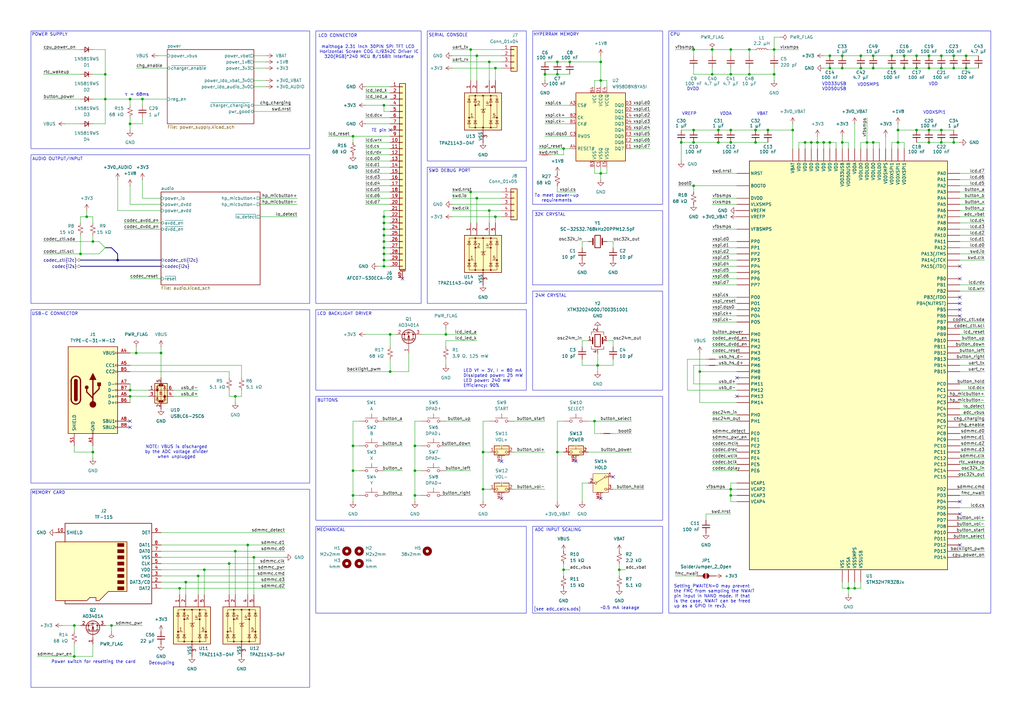
<source format=kicad_sch>
(kicad_sch (version 20250114) (generator "eeschema") (generator_version "9.0")
  (paper "A3")
  (title_block (title "Echo R1") (date "2024-11-14") (rev "Rev2") (comment 1 "Author: Aidan MacDonald"))
  (bus_alias "i2c" (members "sda" "scl"))
  (bus_alias "i2s" (members "dplay" "drec" "bclk" "wclk" "mclk"))
  (bus_alias "mcu8" (members "d[7..0]" "dcx" "wrx" "cs"))
  (bus_alias "sdmmc4" (members "d[3..0]" "cmd" "clk"))
  (rectangle (start 129.54 215.9) (end 215.9 251.46))
  (rectangle (start 12.7 200.66) (end 127 281.94))
  (rectangle (start 175.26 68.58) (end 215.9 124.46))
  (rectangle (start 218.44 119.38) (end 271.78 160.02))
  (rectangle (start 12.7 127) (end 127 198.12))
  (rectangle (start 129.54 12.7) (end 172.72 124.46))
  (rectangle (start 218.44 12.7) (end 271.78 83.82))
  (rectangle (start 274.32 12.7) (end 406.4 251.46))
  (rectangle (start 12.7 12.7) (end 127 60.96))
  (rectangle (start 175.26 12.7) (end 215.9 66.04))
  (rectangle (start 12.7 63.5) (end 127 124.46))
  (rectangle (start 129.54 162.56) (end 271.78 213.36))
  (rectangle (start 129.54 127) (end 215.9 160.02))
  (rectangle (start 218.44 86.36) (end 271.78 116.84))
  (rectangle (start 218.44 215.9) (end 271.78 251.46))
  (text "CPU" (at 274.828 13.462 0) (effects (font (size 1.27 1.27)) (justify left top)))
  (text "Decoupling" (at 66.294 272.034 0) (effects (font (size 1.27 1.27))))
  (text "BUTTONS" (at 130.048 164.338 0) (effects (font (size 1.27 1.27)) (justify left)))
  (text "VDDSMPS" (at 356.108 34.798 0) (effects (font (size 1.27 1.27))))
  (text "VDD33USB\nVDD50USB" (at 342.138 35.56 0) (effects (font (size 1.27 1.27))))
  (text "SERIAL CONSOLE" (at 175.768 14.478 0) (effects (font (size 1.27 1.27)) (justify left)))
  (text "VDD" (at 382.778 34.544 0) (effects (font (size 1.27 1.27))))
  (text "maithoga 2.31 inch 30PIN SPI TFT LCD \nHorizontal Screen COG ILI9342C Driver IC\n320(RGB)*240 MCU 8/16Bit Interface" (at 151.384 21.336 0) (effects (font (size 1.27 1.27))))
  (text "To meet power-up\nrequirements" (at 228.346 81.28 0) (effects (font (size 1.27 1.27))))
  (text "[see adc_calcs.ods]" (at 228.6 249.936 0) (effects (font (size 1.27 1.27))))
  (text "MECHANICAL" (at 129.794 217.424 0) (effects (font (size 1.27 1.27)) (justify left)))
  (text "ADC INPUT SCALING" (at 228.854 217.424 0) (effects (font (size 1.27 1.27))))
  (text "TE pin" (at 155.448 53.594 0) (effects (font (size 1.27 1.27))))
  (text "LED Vf = 3V, I = 80 mA\nDissipated power: 25 mW\nLED power: 240 mW\nEfficiency: 90%" (at 189.992 155.194 0) (effects (font (size 1.27 1.27)) (justify left)))
  (text "LCD CONNECTOR" (at 130.556 14.732 0) (effects (font (size 1.27 1.27)) (justify left)))
  (text "Power switch for resetting the card" (at 38.354 271.526 0) (effects (font (size 1.27 1.27))))
  (text "LCD BACKLIGHT DRIVER" (at 130.048 128.778 0) (effects (font (size 1.27 1.27)) (justify left)))
  (text "τ = 68ms" (at 56.134 38.862 0) (effects (font (size 1.27 1.27))))
  (text "VDDXSPI1" (at 383.286 46.228 0) (effects (font (size 1.27 1.27))))
  (text "DVDD\n" (at 284.226 36.576 0) (effects (font (size 1.27 1.27))))
  (text "MEMORY CARD" (at 12.954 202.184 0) (effects (font (size 1.27 1.27)) (justify left)))
  (text "24M CRYSTAL" (at 219.456 120.65 0) (effects (font (size 1.27 1.27)) (justify left top)))
  (text "USB-C CONNECTOR" (at 12.954 128.778 0) (effects (font (size 1.27 1.27)) (justify left)))
  (text "Setting PWAITEN=0 may prevent\nthe FMC from sampling the NWAIT\npin input in NAND mode. If that\nis the case, NWAIT can be freed\nup as a GPIO in rev3." (at 276.352 244.602 0) (effects (font (size 1.27 1.27)) (justify left)))
  (text "VBAT" (at 312.674 46.736 0) (effects (font (size 1.27 1.27))))
  (text "NOTE: VBUS is discharged\nby the ADC voltage divider\nwhen unplugged" (at 72.39 185.42 0) (effects (font (size 1.27 1.27))))
  (text "VREFP" (at 282.702 46.736 0) (effects (font (size 1.27 1.27))))
  (text "POWER SUPPLY" (at 12.954 14.224 0) (effects (font (size 1.27 1.27)) (justify left)))
  (text "VDDA" (at 297.688 46.736 0) (effects (font (size 1.27 1.27))))
  (text "32K CRYSTAL" (at 219.202 87.376 0) (effects (font (size 1.27 1.27)) (justify left top)))
  (text "SWD DEBUG PORT" (at 175.768 70.104 0) (effects (font (size 1.27 1.27)) (justify left)))
  (text "HYPERRAM MEMORY" (at 218.694 14.224 0) (effects (font (size 1.27 1.27)) (justify left)))
  (text "AUDIO OUTPUT/INPUT" (at 13.208 65.278 0) (effects (font (size 1.27 1.27)) (justify left)))
  (text "~0.5 mA leakage" (at 254.254 249.428 0) (effects (font (size 1.27 1.27))))
  (junction (at 144.78 182.88))
  (junction (at 309.88 58.42))
  (junction (at 345.44 27.94))
  (junction (at 246.38 33.02))
  (junction (at 325.12 53.34))
  (junction (at 307.34 20.32))
  (junction (at 73.66 241.3))
  (junction (at 365.76 22.86))
  (junction (at 350.52 241.3))
  (junction (at 335.28 58.42))
  (junction (at 53.34 160.02))
  (junction (at 381 22.86))
  (junction (at 375.92 53.34))
  (junction (at 330.2 58.42))
  (junction (at 391.16 58.42))
  (junction (at 231.14 60.96))
  (junction (at 386.08 53.34))
  (junction (at 53.34 40.64))
  (junction (at 38.1 185.42))
  (junction (at 358.14 22.86))
  (junction (at 35.56 88.9))
  (junction (at 294.64 53.34))
  (junction (at 93.98 231.14))
  (junction (at 157.48 106.68))
  (junction (at 45.72 256.54))
  (junction (at 299.72 58.42))
  (junction (at 299.72 30.48))
  (junction (at 33.02 104.14))
  (junction (at 358.14 58.42))
  (junction (at 284.48 53.34))
  (junction (at 157.48 91.44))
  (junction (at 53.34 162.56))
  (junction (at 76.2 238.76))
  (junction (at 292.1 30.48))
  (junction (at 228.6 30.48))
  (junction (at 368.3 53.34))
  (junction (at 254 233.68))
  (junction (at 332.74 58.42))
  (junction (at 391.16 27.94))
  (junction (at 195.58 81.28))
  (junction (at 345.44 58.42))
  (junction (at 375.92 27.94))
  (junction (at 96.52 162.56))
  (junction (at 381 53.34))
  (junction (at 353.06 22.86))
  (junction (at 314.96 53.34))
  (junction (at 284.48 58.42))
  (junction (at 144.78 55.88))
  (junction (at 66.04 144.78))
  (junction (at 195.58 22.86))
  (junction (at 157.48 93.98))
  (junction (at 170.18 193.04))
  (junction (at 233.68 25.4))
  (junction (at 157.48 101.6))
  (junction (at 309.88 53.34))
  (junction (at 203.2 27.94))
  (junction (at 157.48 109.22))
  (junction (at 104.14 228.6))
  (junction (at 386.08 27.94))
  (junction (at 43.18 30.48))
  (junction (at 355.6 58.42))
  (junction (at 307.34 30.48))
  (junction (at 38.1 99.06))
  (junction (at 345.44 22.86))
  (junction (at 375.92 22.86))
  (junction (at 193.04 78.74))
  (junction (at 381 58.42))
  (junction (at 396.24 27.94))
  (junction (at 43.18 40.64))
  (junction (at 198.12 185.42))
  (junction (at 284.48 76.2))
  (junction (at 198.12 200.66))
  (junction (at 203.2 88.9))
  (junction (at 245.11 149.86))
  (junction (at 396.24 22.86))
  (junction (at 353.06 27.94))
  (junction (at 231.14 233.68))
  (junction (at 170.18 182.88))
  (junction (at 160.02 137.16))
  (junction (at 81.28 236.22))
  (junction (at 246.38 71.12))
  (junction (at 299.72 53.34))
  (junction (at 182.88 137.16))
  (junction (at 279.4 58.42))
  (junction (at 368.3 58.42))
  (junction (at 200.66 25.4))
  (junction (at 96.52 226.06))
  (junction (at 337.82 58.42))
  (junction (at 160.02 152.4))
  (junction (at 170.18 203.2))
  (junction (at 200.66 86.36))
  (junction (at 157.48 88.9))
  (junction (at 386.08 58.42))
  (junction (at 287.02 152.4))
  (junction (at 48.26 106.68))
  (junction (at 83.82 233.68))
  (junction (at 157.48 43.18))
  (junction (at 284.48 20.32))
  (junction (at 340.36 22.86))
  (junction (at 299.72 20.32))
  (junction (at 317.5 20.32))
  (junction (at 243.84 172.72))
  (junction (at 347.98 241.3))
  (junction (at 157.48 96.52))
  (junction (at 299.72 203.2))
  (junction (at 358.14 27.94))
  (junction (at 370.84 27.94))
  (junction (at 340.36 58.42))
  (junction (at 55.88 144.78))
  (junction (at 30.48 269.24))
  (junction (at 370.84 22.86))
  (junction (at 340.36 27.94))
  (junction (at 228.6 185.42))
  (junction (at 193.04 20.32))
  (junction (at 228.6 25.4))
  (junction (at 381 27.94))
  (junction (at 246.38 25.4))
  (junction (at 58.42 40.64))
  (junction (at 292.1 20.32))
  (junction (at 144.78 203.2))
  (junction (at 386.08 22.86))
  (junction (at 391.16 22.86))
  (junction (at 144.78 193.04))
  (junction (at 317.5 30.48))
  (junction (at 157.48 99.06))
  (junction (at 223.52 30.48))
  (junction (at 157.48 104.14))
  (junction (at 299.72 200.66))
  (junction (at 53.34 50.8))
  (junction (at 294.64 58.42))
  (junction (at 101.6 223.52))
  (junction (at 365.76 27.94))
  (junction (at 30.48 256.54))
  (no_connect (at 205.74 204.47))
  (no_connect (at 205.74 189.23))
  (no_connect (at 302.26 162.56))
  (no_connect (at 246.38 204.47))
  (no_connect (at 236.22 189.23))
  (no_connect (at 53.34 172.72))
  (no_connect (at 251.46 195.58))
  (no_connect (at 53.34 175.26))
  (no_connect (at 393.7 109.22))
  (no_connect (at 160.02 53.34))
  (no_connect (at 165.1 114.3))
  (no_connect (at 393.7 205.74))
  (no_connect (at 393.7 210.82))
  (no_connect (at 393.7 124.46))
  (no_connect (at 393.7 129.54))
  (no_connect (at 393.7 114.3))
  (no_connect (at 393.7 223.52))
  (no_connect (at 393.7 121.92))
  (no_connect (at 302.26 154.94))
  (no_connect (at 393.7 127))
  (bus_entry (at 43.18 101.6) (size -2.54 -2.54))
  (bus_entry (at 43.18 101.6) (size -2.54 2.54))
  (wire (pts (xy 38.1 40.64) (xy 43.18 40.64)))
  (wire (pts (xy 58.42 81.28) (xy 58.42 73.66)))
  (wire (pts (xy 292.1 114.3) (xy 302.26 114.3)))
  (wire (pts (xy 276.86 236.22) (xy 285.75 236.22)))
  (wire (pts (xy 246.38 33.02) (xy 246.38 25.4)))
  (wire (pts (xy 185.42 25.4) (xy 200.66 25.4)))
  (wire (pts (xy 43.18 40.64) (xy 43.18 50.8)))
  (wire (pts (xy 238.76 147.32) (xy 238.76 149.86)))
  (wire (pts (xy 149.86 83.82) (xy 160.02 83.82)))
  (wire (pts (xy 149.86 43.18) (xy 157.48 43.18)))
  (wire (pts (xy 144.78 55.88) (xy 144.78 58.42)))
  (wire (pts (xy 165.1 193.04) (xy 157.48 193.04)))
  (wire (pts (xy 393.7 96.52) (xy 403.86 96.52)))
  (wire (pts (xy 391.16 27.94) (xy 396.24 27.94)))
  (wire (pts (xy 403.86 187.96) (xy 393.7 187.96)))
  (wire (pts (xy 185.42 20.32) (xy 193.04 20.32)))
  (wire (pts (xy 314.96 53.34) (xy 325.12 53.34)))
  (wire (pts (xy 292.1 142.24) (xy 302.26 142.24)))
  (wire (pts (xy 53.34 162.56) (xy 60.96 162.56)))
  (wire (pts (xy 182.88 139.7) (xy 195.58 139.7)))
  (wire (pts (xy 149.86 71.12) (xy 160.02 71.12)))
  (wire (pts (xy 81.28 236.22) (xy 81.28 243.84)))
  (wire (pts (xy 157.48 104.14) (xy 160.02 104.14)))
  (wire (pts (xy 396.24 22.86) (xy 401.32 22.86)))
  (wire (pts (xy 340.36 58.42) (xy 337.82 58.42)))
  (wire (pts (xy 345.44 238.76) (xy 345.44 241.3)))
  (wire (pts (xy 278.13 76.2) (xy 284.48 76.2)))
  (wire (pts (xy 167.64 152.4) (xy 160.02 152.4)))
  (wire (pts (xy 292.1 93.98) (xy 302.26 93.98)))
  (wire (pts (xy 64.77 22.86) (xy 68.58 22.86)))
  (wire (pts (xy 393.7 76.2) (xy 403.86 76.2)))
  (wire (pts (xy 157.48 96.52) (xy 160.02 96.52)))
  (wire (pts (xy 149.86 137.16) (xy 160.02 137.16)))
  (wire (pts (xy 198.12 185.42) (xy 198.12 172.72)))
  (wire (pts (xy 157.48 86.36) (xy 160.02 86.36)))
  (wire (pts (xy 160.02 45.72) (xy 157.48 45.72)))
  (wire (pts (xy 35.56 88.9) (xy 38.1 88.9)))
  (wire (pts (xy 144.78 182.88) (xy 147.32 182.88)))
  (wire (pts (xy 38.1 269.24) (xy 30.48 269.24)))
  (wire (pts (xy 144.78 193.04) (xy 147.32 193.04)))
  (wire (pts (xy 109.22 22.86) (xy 104.14 22.86)))
  (wire (pts (xy 347.98 238.76) (xy 347.98 241.3)))
  (wire (pts (xy 370.84 60.96) (xy 370.84 58.42)))
  (wire (pts (xy 182.88 134.62) (xy 182.88 137.16)))
  (wire (pts (xy 393.7 167.64) (xy 403.86 167.64)))
  (wire (pts (xy 185.42 22.86) (xy 195.58 22.86)))
  (wire (pts (xy 368.3 58.42) (xy 368.3 53.34)))
  (wire (pts (xy 71.12 162.56) (xy 81.28 162.56)))
  (wire (pts (xy 195.58 22.86) (xy 195.58 33.02)))
  (wire (pts (xy 149.86 60.96) (xy 160.02 60.96)))
  (wire (pts (xy 53.34 149.86) (xy 99.06 149.86)))
  (wire (pts (xy 149.86 38.1) (xy 160.02 38.1)))
  (wire (pts (xy 254 233.68) (xy 256.54 233.68)))
  (wire (pts (xy 330.2 58.42) (xy 332.74 58.42)))
  (bus (pts (xy 48.26 106.68) (xy 66.04 106.68)))
  (wire (pts (xy 292.1 109.22) (xy 302.26 109.22)))
  (wire (pts (xy 223.52 172.72) (xy 210.82 172.72)))
  (wire (pts (xy 50.8 93.98) (xy 66.04 93.98)))
  (wire (pts (xy 193.04 78.74) (xy 193.04 91.44)))
  (wire (pts (xy 200.66 25.4) (xy 205.74 25.4)))
  (wire (pts (xy 170.18 205.74) (xy 170.18 203.2)))
  (wire (pts (xy 198.12 185.42) (xy 200.66 185.42)))
  (wire (pts (xy 302.26 205.74) (xy 299.72 205.74)))
  (wire (pts (xy 66.04 231.14) (xy 93.98 231.14)))
  (wire (pts (xy 233.68 233.68) (xy 231.14 233.68)))
  (wire (pts (xy 292.1 129.54) (xy 302.26 129.54)))
  (wire (pts (xy 101.6 223.52) (xy 116.84 223.52)))
  (wire (pts (xy 347.98 58.42) (xy 347.98 60.96)))
  (wire (pts (xy 393.7 91.44) (xy 403.86 91.44)))
  (wire (pts (xy 314.96 20.32) (xy 317.5 20.32)))
  (wire (pts (xy 393.7 170.18) (xy 403.86 170.18)))
  (wire (pts (xy 99.06 149.86) (xy 99.06 154.94)))
  (wire (pts (xy 182.88 142.24) (xy 182.88 139.7)))
  (wire (pts (xy 144.78 172.72) (xy 147.32 172.72)))
  (wire (pts (xy 248.92 33.02) (xy 246.38 33.02)))
  (wire (pts (xy 66.04 233.68) (xy 83.82 233.68)))
  (wire (pts (xy 223.52 30.48) (xy 223.52 33.02)))
  (wire (pts (xy 393.7 157.48) (xy 403.86 157.48)))
  (wire (pts (xy 299.72 30.48) (xy 299.72 27.94)))
  (wire (pts (xy 223.52 185.42) (xy 210.82 185.42)))
  (wire (pts (xy 284.48 53.34) (xy 294.64 53.34)))
  (wire (pts (xy 284.48 20.32) (xy 292.1 20.32)))
  (wire (pts (xy 284.48 58.42) (xy 294.64 58.42)))
  (wire (pts (xy 307.34 30.48) (xy 317.5 30.48)))
  (wire (pts (xy 198.12 205.74) (xy 198.12 200.66)))
  (wire (pts (xy 393.7 218.44) (xy 403.86 218.44)))
  (wire (pts (xy 53.34 50.8) (xy 53.34 53.34)))
  (wire (pts (xy 245.11 152.4) (xy 245.11 149.86)))
  (wire (pts (xy 327.66 58.42) (xy 330.2 58.42)))
  (wire (pts (xy 238.76 99.06) (xy 238.76 101.6)))
  (wire (pts (xy 104.14 228.6) (xy 104.14 243.84)))
  (wire (pts (xy 104.14 228.6) (xy 116.84 228.6)))
  (wire (pts (xy 149.86 73.66) (xy 160.02 73.66)))
  (wire (pts (xy 299.72 198.12) (xy 299.72 200.66)))
  (wire (pts (xy 309.88 58.42) (xy 314.96 58.42)))
  (wire (pts (xy 292.1 116.84) (xy 302.26 116.84)))
  (wire (pts (xy 327.66 60.96) (xy 327.66 58.42)))
  (wire (pts (xy 292.1 127) (xy 302.26 127)))
  (wire (pts (xy 393.7 142.24) (xy 403.86 142.24)))
  (wire (pts (xy 403.86 193.04) (xy 393.7 193.04)))
  (wire (pts (xy 48.26 86.36) (xy 66.04 86.36)))
  (wire (pts (xy 292.1 104.14) (xy 302.26 104.14)))
  (wire (pts (xy 332.74 58.42) (xy 335.28 58.42)))
  (wire (pts (xy 254 233.68) (xy 254 236.22)))
  (wire (pts (xy 66.04 228.6) (xy 104.14 228.6)))
  (wire (pts (xy 284.48 30.48) (xy 292.1 30.48)))
  (wire (pts (xy 254 231.14) (xy 254 233.68)))
  (wire (pts (xy 360.68 60.96) (xy 360.68 58.42)))
  (wire (pts (xy 182.88 147.32) (xy 182.88 149.86)))
  (wire (pts (xy 157.48 91.44) (xy 160.02 91.44)))
  (wire (pts (xy 243.84 33.02) (xy 246.38 33.02)))
  (wire (pts (xy 264.16 200.66) (xy 251.46 200.66)))
  (wire (pts (xy 292.1 172.72) (xy 302.26 172.72)))
  (wire (pts (xy 251.46 99.06) (xy 251.46 101.6)))
  (wire (pts (xy 45.72 256.54) (xy 45.72 259.08)))
  (wire (pts (xy 386.08 58.42) (xy 391.16 58.42)))
  (wire (pts (xy 149.86 35.56) (xy 160.02 35.56)))
  (wire (pts (xy 345.44 58.42) (xy 347.98 58.42)))
  (wire (pts (xy 38.1 182.88) (xy 38.1 185.42)))
  (wire (pts (xy 266.7 50.8) (xy 259.08 50.8)))
  (wire (pts (xy 238.76 99.06) (xy 241.3 99.06)))
  (wire (pts (xy 33.02 88.9) (xy 35.56 88.9)))
  (wire (pts (xy 320.04 15.24) (xy 317.5 15.24)))
  (wire (pts (xy 393.7 175.26) (xy 403.86 175.26)))
  (wire (pts (xy 172.72 137.16) (xy 182.88 137.16)))
  (wire (pts (xy 317.5 30.48) (xy 317.5 33.02)))
  (bus (pts (xy 48.26 104.14) (xy 48.26 106.68)))
  (wire (pts (xy 292.1 30.48) (xy 299.72 30.48)))
  (wire (pts (xy 345.44 241.3) (xy 347.98 241.3)))
  (wire (pts (xy 393.7 213.36) (xy 403.86 213.36)))
  (wire (pts (xy 66.04 238.76) (xy 76.2 238.76)))
  (wire (pts (xy 182.88 137.16) (xy 195.58 137.16)))
  (wire (pts (xy 350.52 50.8) (xy 350.52 60.96)))
  (wire (pts (xy 53.34 165.1) (xy 53.34 162.56)))
  (wire (pts (xy 226.06 63.5) (xy 231.14 63.5)))
  (wire (pts (xy 58.42 40.64) (xy 58.42 43.18)))
  (wire (pts (xy 170.18 182.88) (xy 172.72 182.88)))
  (wire (pts (xy 228.6 76.2) (xy 228.6 78.74)))
  (wire (pts (xy 96.52 162.56) (xy 96.52 165.1)))
  (wire (pts (xy 149.86 50.8) (xy 160.02 50.8)))
  (wire (pts (xy 99.06 160.02) (xy 99.06 162.56)))
  (wire (pts (xy 299.72 53.34) (xy 309.88 53.34)))
  (wire (pts (xy 292.1 193.04) (xy 302.26 193.04)))
  (wire (pts (xy 106.68 81.28) (xy 121.92 81.28)))
  (wire (pts (xy 223.52 48.26) (xy 233.68 48.26)))
  (wire (pts (xy 53.34 50.8) (xy 58.42 50.8)))
  (wire (pts (xy 251.46 139.7) (xy 248.92 139.7)))
  (wire (pts (xy 393.7 165.1) (xy 403.86 165.1)))
  (wire (pts (xy 157.48 96.52) (xy 157.48 93.98)))
  (wire (pts (xy 243.84 71.12) (xy 246.38 71.12)))
  (wire (pts (xy 340.36 22.86) (xy 345.44 22.86)))
  (wire (pts (xy 160.02 137.16) (xy 162.56 137.16)))
  (wire (pts (xy 279.4 58.42) (xy 279.4 66.04)))
  (wire (pts (xy 66.04 218.44) (xy 116.84 218.44)))
  (wire (pts (xy 96.52 226.06) (xy 116.84 226.06)))
  (wire (pts (xy 375.92 22.86) (xy 381 22.86)))
  (wire (pts (xy 73.66 241.3) (xy 116.84 241.3)))
  (wire (pts (xy 299.72 203.2) (xy 302.26 203.2)))
  (wire (pts (xy 53.34 83.82) (xy 53.34 76.2)))
  (wire (pts (xy 292.1 30.48) (xy 292.1 27.94)))
  (wire (pts (xy 66.04 144.78) (xy 66.04 154.94)))
  (wire (pts (xy 248.92 35.56) (xy 248.92 33.02)))
  (wire (pts (xy 381 53.34) (xy 386.08 53.34)))
  (wire (pts (xy 17.78 104.14) (xy 33.02 104.14)))
  (wire (pts (xy 200.66 25.4) (xy 200.66 33.02)))
  (wire (pts (xy 66.04 236.22) (xy 81.28 236.22)))
  (wire (pts (xy 281.94 147.32) (xy 281.94 160.02)))
  (wire (pts (xy 292.1 180.34) (xy 302.26 180.34)))
  (wire (pts (xy 368.3 58.42) (xy 368.3 60.96)))
  (bus (pts (xy 33.02 109.22) (xy 66.04 109.22)))
  (wire (pts (xy 193.04 182.88) (xy 182.88 182.88)))
  (wire (pts (xy 317.5 30.48) (xy 317.5 27.94)))
  (wire (pts (xy 358.14 58.42) (xy 358.14 60.96)))
  (wire (pts (xy 38.1 30.48) (xy 43.18 30.48)))
  (wire (pts (xy 157.48 106.68) (xy 157.48 109.22)))
  (wire (pts (xy 393.7 88.9) (xy 403.86 88.9)))
  (wire (pts (xy 149.86 81.28) (xy 160.02 81.28)))
  (wire (pts (xy 48.26 73.66) (xy 48.26 86.36)))
  (wire (pts (xy 165.1 172.72) (xy 157.48 172.72)))
  (wire (pts (xy 193.04 20.32) (xy 193.04 33.02)))
  (wire (pts (xy 345.44 58.42) (xy 345.44 60.96)))
  (wire (pts (xy 287.02 152.4) (xy 287.02 144.78)))
  (wire (pts (xy 307.34 30.48) (xy 307.34 27.94)))
  (wire (pts (xy 185.42 83.82) (xy 205.74 83.82)))
  (wire (pts (xy 266.7 45.72) (xy 259.08 45.72)))
  (wire (pts (xy 33.02 91.44) (xy 33.02 88.9)))
  (wire (pts (xy 393.7 226.06) (xy 403.86 226.06)))
  (wire (pts (xy 393.7 137.16) (xy 403.86 137.16)))
  (wire (pts (xy 393.7 144.78) (xy 403.86 144.78)))
  (wire (pts (xy 292.1 170.18) (xy 302.26 170.18)))
  (wire (pts (xy 342.9 60.96) (xy 342.9 58.42)))
  (wire (pts (xy 236.22 78.74) (xy 228.6 78.74)))
  (wire (pts (xy 83.82 233.68) (xy 83.82 243.84)))
  (wire (pts (xy 25.4 256.54) (xy 30.48 256.54)))
  (wire (pts (xy 299.72 30.48) (xy 307.34 30.48)))
  (wire (pts (xy 109.22 27.94) (xy 104.14 27.94)))
  (wire (pts (xy 393.7 83.82) (xy 403.86 83.82)))
  (wire (pts (xy 58.42 81.28) (xy 66.04 81.28)))
  (wire (pts (xy 381 58.42) (xy 386.08 58.42)))
  (wire (pts (xy 246.38 25.4) (xy 246.38 22.86)))
  (wire (pts (xy 53.34 152.4) (xy 93.98 152.4)))
  (wire (pts (xy 309.88 53.34) (xy 314.96 53.34)))
  (wire (pts (xy 93.98 162.56) (xy 96.52 162.56)))
  (wire (pts (xy 358.14 58.42) (xy 355.6 58.42)))
  (wire (pts (xy 317.5 20.32) (xy 317.5 22.86)))
  (wire (pts (xy 167.64 144.78) (xy 167.64 152.4)))
  (wire (pts (xy 53.34 144.78) (xy 55.88 144.78)))
  (wire (pts (xy 228.6 185.42) (xy 228.6 172.72)))
  (wire (pts (xy 266.7 60.96) (xy 259.08 60.96)))
  (wire (pts (xy 238.76 139.7) (xy 238.76 142.24)))
  (wire (pts (xy 154.94 109.22) (xy 157.48 109.22)))
  (wire (pts (xy 325.12 50.8) (xy 325.12 53.34)))
  (wire (pts (xy 337.82 58.42) (xy 335.28 58.42)))
  (wire (pts (xy 203.2 27.94) (xy 203.2 33.02)))
  (wire (pts (xy 193.04 172.72) (xy 182.88 172.72)))
  (wire (pts (xy 403.86 132.08) (xy 393.7 132.08)))
  (wire (pts (xy 353.06 241.3) (xy 350.52 241.3)))
  (wire (pts (xy 43.18 256.54) (xy 45.72 256.54)))
  (bus (pts (xy 48.26 106.68) (xy 33.02 106.68)))
  (wire (pts (xy 185.42 88.9) (xy 203.2 88.9)))
  (wire (pts (xy 53.34 40.64) (xy 58.42 40.64)))
  (wire (pts (xy 142.24 152.4) (xy 160.02 152.4)))
  (wire (pts (xy 238.76 149.86) (xy 245.11 149.86)))
  (wire (pts (xy 281.94 160.02) (xy 302.26 160.02)))
  (wire (pts (xy 259.08 177.8) (xy 251.46 177.8)))
  (wire (pts (xy 353.06 60.96) (xy 353.06 58.42)))
  (wire (pts (xy 292.1 106.68) (xy 302.26 106.68)))
  (wire (pts (xy 233.68 25.4) (xy 246.38 25.4)))
  (wire (pts (xy 368.3 53.34) (xy 368.3 50.8)))
  (wire (pts (xy 393.7 71.12) (xy 403.86 71.12)))
  (wire (pts (xy 76.2 238.76) (xy 76.2 243.84)))
  (wire (pts (xy 292.1 111.76) (xy 302.26 111.76)))
  (wire (pts (xy 403.86 195.58) (xy 393.7 195.58)))
  (wire (pts (xy 38.1 50.8) (xy 43.18 50.8)))
  (wire (pts (xy 104.14 43.18) (xy 119.38 43.18)))
  (wire (pts (xy 345.44 27.94) (xy 353.06 27.94)))
  (wire (pts (xy 198.12 200.66) (xy 198.12 185.42)))
  (wire (pts (xy 81.28 236.22) (xy 116.84 236.22)))
  (wire (pts (xy 365.76 60.96) (xy 365.76 58.42)))
  (wire (pts (xy 157.48 99.06) (xy 160.02 99.06)))
  (wire (pts (xy 109.22 33.02) (xy 104.14 33.02)))
  (wire (pts (xy 391.16 22.86) (xy 396.24 22.86)))
  (wire (pts (xy 294.64 53.34) (xy 299.72 53.34)))
  (wire (pts (xy 157.48 43.18) (xy 160.02 43.18)))
  (wire (pts (xy 259.08 185.42) (xy 241.3 185.42)))
  (wire (pts (xy 193.04 20.32) (xy 205.74 20.32)))
  (wire (pts (xy 30.48 182.88) (xy 30.48 185.42)))
  (wire (pts (xy 292.1 101.6) (xy 302.26 101.6)))
  (wire (pts (xy 403.86 182.88) (xy 393.7 182.88)))
  (wire (pts (xy 360.68 58.42) (xy 358.14 58.42)))
  (wire (pts (xy 365.76 27.94) (xy 370.84 27.94)))
  (wire (pts (xy 299.72 205.74) (xy 299.72 203.2)))
  (wire (pts (xy 347.98 241.3) (xy 350.52 241.3)))
  (wire (pts (xy 386.08 22.86) (xy 391.16 22.86)))
  (wire (pts (xy 251.46 149.86) (xy 245.11 149.86)))
  (wire (pts (xy 66.04 241.3) (xy 73.66 241.3)))
  (wire (pts (xy 294.64 147.32) (xy 302.26 147.32)))
  (wire (pts (xy 157.48 104.14) (xy 157.48 101.6)))
  (wire (pts (xy 17.78 20.32) (xy 33.02 20.32)))
  (wire (pts (xy 243.84 172.72) (xy 241.3 172.72)))
  (wire (pts (xy 228.6 205.74) (xy 228.6 185.42)))
  (wire (pts (xy 198.12 200.66) (xy 200.66 200.66)))
  (wire (pts (xy 30.48 256.54) (xy 30.48 259.08)))
  (wire (pts (xy 35.56 86.36) (xy 35.56 88.9)))
  (wire (pts (xy 223.52 50.8) (xy 233.68 50.8)))
  (wire (pts (xy 375.92 27.94) (xy 381 27.94)))
  (wire (pts (xy 317.5 15.24) (xy 317.5 20.32)))
  (wire (pts (xy 381 27.94) (xy 386.08 27.94)))
  (wire (pts (xy 391.16 58.42) (xy 393.7 58.42)))
  (wire (pts (xy 93.98 231.14) (xy 93.98 243.84)))
  (wire (pts (xy 193.04 193.04) (xy 182.88 193.04)))
  (wire (pts (xy 149.86 63.5) (xy 160.02 63.5)))
  (wire (pts (xy 325.12 53.34) (xy 325.12 60.96)))
  (wire (pts (xy 144.78 203.2) (xy 144.78 193.04)))
  (wire (pts (xy 246.38 68.58) (xy 246.38 71.12)))
  (wire (pts (xy 228.6 25.4) (xy 233.68 25.4)))
  (wire (pts (xy 353.06 238.76) (xy 353.06 241.3)))
  (wire (pts (xy 353.06 22.86) (xy 358.14 22.86)))
  (wire (pts (xy 157.48 93.98) (xy 157.48 91.44)))
  (wire (pts (xy 53.34 160.02) (xy 60.96 160.02)))
  (wire (pts (xy 284.48 157.48) (xy 284.48 149.86)))
  (wire (pts (xy 248.92 71.12) (xy 246.38 71.12)))
  (wire (pts (xy 246.38 33.02) (xy 246.38 35.56)))
  (wire (pts (xy 220.98 60.96) (xy 231.14 60.96)))
  (wire (pts (xy 292.1 83.82) (xy 302.26 83.82)))
  (wire (pts (xy 104.14 45.72) (xy 119.38 45.72)))
  (wire (pts (xy 289.56 210.82) (xy 289.56 213.36)))
  (wire (pts (xy 66.04 223.52) (xy 101.6 223.52)))
  (wire (pts (xy 381 22.86) (xy 386.08 22.86)))
  (wire (pts (xy 195.58 81.28) (xy 205.74 81.28)))
  (wire (pts (xy 403.86 228.6) (xy 393.7 228.6)))
  (wire (pts (xy 292.1 144.78) (xy 302.26 144.78)))
  (wire (pts (xy 353.06 27.94) (xy 358.14 27.94)))
  (wire (pts (xy 170.18 203.2) (xy 170.18 193.04)))
  (wire (pts (xy 157.48 91.44) (xy 157.48 88.9)))
  (wire (pts (xy 106.68 88.9) (xy 121.92 88.9)))
  (wire (pts (xy 337.82 22.86) (xy 340.36 22.86)))
  (wire (pts (xy 73.66 241.3) (xy 73.66 243.84)))
  (wire (pts (xy 26.67 50.8) (xy 33.02 50.8)))
  (wire (pts (xy 149.86 76.2) (xy 160.02 76.2)))
  (wire (pts (xy 30.48 185.42) (xy 38.1 185.42)))
  (wire (pts (xy 55.88 144.78) (xy 66.04 144.78)))
  (wire (pts (xy 299.72 58.42) (xy 309.88 58.42)))
  (wire (pts (xy 149.86 66.04) (xy 160.02 66.04)))
  (wire (pts (xy 76.2 238.76) (xy 116.84 238.76)))
  (wire (pts (xy 355.6 48.26) (xy 355.6 58.42)))
  (wire (pts (xy 101.6 223.52) (xy 101.6 243.84)))
  (wire (pts (xy 106.68 83.82) (xy 121.92 83.82)))
  (wire (pts (xy 157.48 88.9) (xy 160.02 88.9)))
  (wire (pts (xy 363.22 55.88) (xy 363.22 60.96)))
  (wire (pts (xy 302.26 198.12) (xy 299.72 198.12)))
  (wire (pts (xy 292.1 132.08) (xy 302.26 132.08)))
  (wire (pts (xy 370.84 22.86) (xy 375.92 22.86)))
  (wire (pts (xy 393.7 119.38) (xy 403.86 119.38)))
  (wire (pts (xy 287.02 152.4) (xy 287.02 165.1)))
  (wire (pts (xy 231.14 231.14) (xy 231.14 233.68)))
  (wire (pts (xy 193.04 78.74) (xy 205.74 78.74)))
  (wire (pts (xy 365.76 58.42) (xy 368.3 58.42)))
  (wire (pts (xy 160.02 106.68) (xy 157.48 106.68)))
  (wire (pts (xy 365.76 22.86) (xy 370.84 22.86)))
  (wire (pts (xy 353.06 58.42) (xy 355.6 58.42)))
  (wire (pts (xy 403.86 180.34) (xy 393.7 180.34)))
  (wire (pts (xy 393.7 162.56) (xy 403.86 162.56)))
  (wire (pts (xy 93.98 160.02) (xy 93.98 162.56)))
  (wire (pts (xy 393.7 101.6) (xy 403.86 101.6)))
  (wire (pts (xy 195.58 81.28) (xy 195.58 91.44)))
  (wire (pts (xy 149.86 40.64) (xy 160.02 40.64)))
  (wire (pts (xy 157.48 106.68) (xy 157.48 104.14)))
  (wire (pts (xy 149.86 48.26) (xy 160.02 48.26)))
  (wire (pts (xy 299.72 20.32) (xy 292.1 20.32)))
  (wire (pts (xy 170.18 203.2) (xy 172.72 203.2)))
  (wire (pts (xy 292.1 185.42) (xy 302.26 185.42)))
  (wire (pts (xy 200.66 86.36) (xy 205.74 86.36)))
  (bus (pts (xy 45.72 101.6) (xy 48.26 104.14)))
  (wire (pts (xy 403.86 200.66) (xy 393.7 200.66)))
  (wire (pts (xy 276.86 20.32) (xy 284.48 20.32)))
  (wire (pts (xy 160.02 137.16) (xy 160.02 142.24)))
  (wire (pts (xy 109.22 35.56) (xy 104.14 35.56)))
  (wire (pts (xy 40.64 99.06) (xy 38.1 99.06)))
  (wire (pts (xy 393.7 139.7) (xy 403.86 139.7)))
  (wire (pts (xy 83.82 233.68) (xy 116.84 233.68)))
  (wire (pts (xy 393.7 152.4) (xy 403.86 152.4)))
  (wire (pts (xy 403.86 104.14) (xy 393.7 104.14)))
  (wire (pts (xy 403.86 177.8) (xy 393.7 177.8)))
  (wire (pts (xy 393.7 73.66) (xy 403.86 73.66)))
  (wire (pts (xy 292.1 121.92) (xy 302.26 121.92)))
  (wire (pts (xy 292.1 187.96) (xy 302.26 187.96)))
  (wire (pts (xy 299.72 210.82) (xy 289.56 210.82)))
  (wire (pts (xy 284.48 76.2) (xy 302.26 76.2)))
  (wire (pts (xy 292.1 137.16) (xy 302.26 137.16)))
  (wire (pts (xy 157.48 88.9) (xy 157.48 86.36)))
  (wire (pts (xy 185.42 81.28) (xy 195.58 81.28)))
  (wire (pts (xy 337.82 27.94) (xy 340.36 27.94)))
  (wire (pts (xy 30.48 256.54) (xy 33.02 256.54)))
  (wire (pts (xy 332.74 58.42) (xy 332.74 60.96)))
  (wire (pts (xy 342.9 58.42) (xy 340.36 58.42)))
  (wire (pts (xy 266.7 48.26) (xy 259.08 48.26)))
  (wire (pts (xy 284.48 157.48) (xy 302.26 157.48)))
  (wire (pts (xy 160.02 147.32) (xy 160.02 152.4)))
  (wire (pts (xy 251.46 99.06) (xy 248.92 99.06)))
  (wire (pts (xy 200.66 86.36) (xy 200.66 91.44)))
  (wire (pts (xy 157.48 45.72) (xy 157.48 43.18)))
  (wire (pts (xy 223.52 30.48) (xy 228.6 30.48)))
  (wire (pts (xy 185.42 86.36) (xy 200.66 86.36)))
  (wire (pts (xy 170.18 172.72) (xy 172.72 172.72)))
  (wire (pts (xy 144.78 205.74) (xy 144.78 203.2)))
  (wire (pts (xy 245.11 149.86) (xy 245.11 144.78)))
  (wire (pts (xy 292.1 99.06) (xy 302.26 99.06)))
  (wire (pts (xy 185.42 27.94) (xy 203.2 27.94)))
  (wire (pts (xy 231.14 233.68) (xy 231.14 236.22)))
  (wire (pts (xy 393.7 172.72) (xy 403.86 172.72)))
  (wire (pts (xy 223.52 43.18) (xy 233.68 43.18)))
  (wire (pts (xy 231.14 60.96) (xy 231.14 63.5)))
  (wire (pts (xy 165.1 203.2) (xy 157.48 203.2)))
  (wire (pts (xy 243.84 35.56) (xy 243.84 33.02)))
  (wire (pts (xy 71.12 160.02) (xy 81.28 160.02)))
  (wire (pts (xy 266.7 53.34) (xy 259.08 53.34)))
  (wire (pts (xy 294.64 58.42) (xy 299.72 58.42)))
  (wire (pts (xy 38.1 185.42) (xy 38.1 187.96)))
  (wire (pts (xy 40.64 104.14) (xy 33.02 104.14)))
  (wire (pts (xy 30.48 264.16) (xy 30.48 269.24)))
  (wire (pts (xy 370.84 58.42) (xy 368.3 58.42)))
  (wire (pts (xy 58.42 50.8) (xy 58.42 48.26)))
  (wire (pts (xy 96.52 162.56) (xy 99.06 162.56)))
  (wire (pts (xy 96.52 226.06) (xy 96.52 243.84)))
  (wire (pts (xy 93.98 231.14) (xy 116.84 231.14)))
  (wire (pts (xy 266.7 43.18) (xy 259.08 43.18)))
  (wire (pts (xy 17.78 99.06) (xy 38.1 99.06)))
  (wire (pts (xy 43.18 20.32) (xy 38.1 20.32)))
  (wire (pts (xy 393.7 93.98) (xy 403.86 93.98)))
  (wire (pts (xy 238.76 139.7) (xy 241.3 139.7)))
  (wire (pts (xy 231.14 60.96) (xy 233.68 60.96)))
  (wire (pts (xy 238.76 205.74) (xy 238.76 198.12)))
  (wire (pts (xy 165.1 182.88) (xy 157.48 182.88)))
  (wire (pts (xy 243.84 68.58) (xy 243.84 71.12)))
  (wire (pts (xy 355.6 58.42) (xy 355.6 60.96)))
  (wire (pts (xy 375.92 53.34) (xy 381 53.34)))
  (wire (pts (xy 299.72 20.32) (xy 299.72 22.86)))
  (wire (pts (xy 238.76 198.12) (xy 241.3 198.12)))
  (wire (pts (xy 287.02 152.4) (xy 302.26 152.4)))
  (wire (pts (xy 403.86 134.62) (xy 393.7 134.62)))
  (wire (pts (xy 157.48 101.6) (xy 157.48 99.06)))
  (wire (pts (xy 134.62 55.88) (xy 144.78 55.88)))
  (wire (pts (xy 358.14 22.86) (xy 365.76 22.86)))
  (wire (pts (xy 393.7 220.98) (xy 403.86 220.98)))
  (wire (pts (xy 53.34 48.26) (xy 53.34 50.8)))
  (bus (pts (xy 45.72 101.6) (xy 43.18 101.6)))
  (wire (pts (xy 386.08 27.94) (xy 391.16 27.94)))
  (wire (pts (xy 149.86 78.74) (xy 160.02 78.74)))
  (wire (pts (xy 393.7 116.84) (xy 403.86 116.84)))
  (wire (pts (xy 66.04 83.82) (xy 53.34 83.82)))
  (wire (pts (xy 292.1 20.32) (xy 292.1 22.86)))
  (wire (pts (xy 157.48 93.98) (xy 160.02 93.98)))
  (wire (pts (xy 307.34 20.32) (xy 307.34 22.86)))
  (wire (pts (xy 198.12 172.72) (xy 200.66 172.72)))
  (wire (pts (xy 55.88 142.24) (xy 55.88 144.78)))
  (wire (pts (xy 243.84 177.8) (xy 243.84 172.72)))
  (wire (pts (xy 93.98 152.4) (xy 93.98 154.94)))
  (wire (pts (xy 284.48 76.2) (xy 284.48 78.74)))
  (wire (pts (xy 370.84 27.94) (xy 375.92 27.94)))
  (wire (pts (xy 292.1 190.5) (xy 302.26 190.5)))
  (wire (pts (xy 317.5 20.32) (xy 327.66 20.32)))
  (wire (pts (xy 149.86 58.42) (xy 160.02 58.42)))
  (wire (pts (xy 337.82 58.42) (xy 337.82 60.96)))
  (wire (pts (xy 109.22 25.4) (xy 104.14 25.4)))
  (wire (pts (xy 248.92 68.58) (xy 248.92 71.12)))
  (wire (pts (xy 403.86 203.2) (xy 393.7 203.2)))
  (wire (pts (xy 157.48 109.22) (xy 160.02 109.22)))
  (wire (pts (xy 292.1 71.12) (xy 302.26 71.12)))
  (wire (pts (xy 228.6 185.42) (xy 231.14 185.42)))
  (wire (pts (xy 38.1 99.06) (xy 38.1 96.52)))
  (wire (pts (xy 17.78 40.64) (xy 33.02 40.64)))
  (wire (pts (xy 284.48 30.48) (xy 284.48 27.94)))
  (wire (pts (xy 55.88 27.94) (xy 68.58 27.94)))
  (wire (pts (xy 340.36 58.42) (xy 340.36 60.96)))
  (wire (pts (xy 292.1 177.8) (xy 302.26 177.8)))
  (wire (pts (xy 292.1 182.88) (xy 302.26 182.88)))
  (wire (pts (xy 350.52 238.76) (xy 350.52 241.3)))
  (wire (pts (xy 403.86 185.42) (xy 393.7 185.42)))
  (wire (pts (xy 294.64 149.86) (xy 302.26 149.86)))
  (wire (pts (xy 292.1 81.28) (xy 302.26 81.28)))
  (wire (pts (xy 347.98 241.3) (xy 347.98 243.84)))
  (wire (pts (xy 345.44 22.86) (xy 353.06 22.86)))
  (wire (pts (xy 393.7 99.06) (xy 403.86 99.06)))
  (wire (pts (xy 284.48 149.86) (xy 289.56 149.86)))
  (wire (pts (xy 144.78 203.2) (xy 147.32 203.2)))
  (wire (pts (xy 144.78 182.88) (xy 144.78 172.72)))
  (wire (pts (xy 195.58 22.86) (xy 205.74 22.86)))
  (wire (pts (xy 228.6 172.72) (xy 231.14 172.72)))
  (wire (pts (xy 396.24 27.94) (xy 401.32 27.94)))
  (wire (pts (xy 53.34 40.64) (xy 53.34 43.18)))
  (wire (pts (xy 403.86 160.02) (xy 393.7 160.02)))
  (wire (pts (xy 289.56 200.66) (xy 299.72 200.66)))
  (wire (pts (xy 66.04 142.24) (xy 66.04 144.78)))
  (wire (pts (xy 58.42 40.64) (xy 68.58 40.64)))
  (wire (pts (xy 251.46 139.7) (xy 251.46 142.24)))
  (wire (pts (xy 203.2 88.9) (xy 205.74 88.9)))
  (wire (pts (xy 299.72 200.66) (xy 299.72 203.2)))
  (wire (pts (xy 266.7 58.42) (xy 259.08 58.42)))
  (wire (pts (xy 53.34 114.3) (xy 66.04 114.3)))
  (wire (pts (xy 393.7 81.28) (xy 403.86 81.28)))
  (wire (pts (xy 279.4 53.34) (xy 284.48 53.34)))
  (wire (pts (xy 50.8 91.44) (xy 66.04 91.44)))
  (wire (pts (xy 43.18 20.32) (xy 43.18 30.48)))
  (wire (pts (xy 386.08 53.34) (xy 391.16 53.34)))
  (wire (pts (xy 53.34 157.48) (xy 53.34 160.02)))
  (wire (pts (xy 299.72 20.32) (xy 307.34 20.32)))
  (wire (pts (xy 375.92 58.42) (xy 381 58.42)))
  (wire (pts (xy 157.48 101.6) (xy 160.02 101.6)))
  (wire (pts (xy 335.28 58.42) (xy 335.28 60.96)))
  (wire (pts (xy 403.86 208.28) (xy 393.7 208.28)))
  (wire (pts (xy 358.14 27.94) (xy 365.76 27.94)))
  (wire (pts (xy 403.86 190.5) (xy 393.7 190.5)))
  (wire (pts (xy 223.52 200.66) (xy 210.82 200.66)))
  (wire (pts (xy 246.38 177.8) (xy 243.84 177.8)))
  (wire (pts (xy 38.1 264.16) (xy 38.1 269.24)))
  (wire (pts (xy 144.78 55.88) (xy 160.02 55.88)))
  (wire (pts (xy 203.2 27.94) (xy 205.74 27.94)))
  (wire (pts (xy 345.44 55.88) (xy 345.44 58.42)))
  (wire (pts (xy 33.02 104.14) (xy 33.02 96.52)))
  (wire (pts (xy 393.7 215.9) (xy 403.86 215.9)))
  (wire (pts (xy 281.94 147.32) (xy 289.56 147.32)))
  (wire (pts (xy 287.02 165.1) (xy 302.26 165.1)))
  (wire (pts (xy 292.1 124.46) (xy 302.26 124.46)))
  (wire (pts (xy 66.04 226.06) (xy 96.52 226.06)))
  (wire (pts (xy 223.52 55.88) (xy 233.68 55.88)))
  (wire (pts (xy 335.28 58.42) (xy 335.28 55.88)))
  (wire (pts (xy 43.18 30.48) (xy 43.18 40.64)))
  (wire (pts (xy 393.7 149.86) (xy 403.86 149.86)))
  (wire (pts (xy 149.86 68.58) (xy 160.02 68.58)))
  (wire (pts (xy 330.2 58.42) (xy 330.2 60.96)))
  (wire (pts (xy 228.6 30.48) (xy 233.68 30.48)))
  (wire (pts (xy 157.48 99.06) (xy 157.48 96.52)))
  (wire (pts (xy 17.78 30.48) (xy 33.02 30.48)))
  (wire (pts (xy 246.38 71.12) (xy 246.38 73.66)))
  (wire (pts (xy 279.4 58.42) (xy 284.48 58.42)))
  (wire (pts (xy 251.46 147.32) (xy 251.46 149.86)))
  (wire (pts (xy 403.86 106.68) (xy 393.7 106.68)))
  (wire (pts (xy 266.7 55.88) (xy 259.08 55.88)))
  (wire (pts (xy 309.88 20.32) (xy 307.34 20.32)))
  (wire (pts (xy 144.78 193.04) (xy 144.78 182.88)))
  (wire (pts (xy 393.7 86.36) (xy 403.86 86.36)))
  (wire (pts (xy 393.7 78.74) (xy 403.86 78.74)))
  (wire (pts (xy 292.1 139.7) (xy 302.26 139.7)))
  (wire (pts (xy 185.42 78.74) (xy 193.04 78.74)))
  (wire (pts (xy 299.72 200.66) (xy 302.26 200.66)))
  (wire (pts (xy 284.48 20.32) (xy 284.48 22.86)))
  (wire (pts (xy 259.08 172.72) (xy 243.84 172.72)))
  (wire (pts (xy 368.3 53.34) (xy 375.92 53.34)))
  (wire (pts (xy 340.36 27.94) (xy 345.44 27.94)))
  (wire (pts (xy 193.04 203.2) (xy 182.88 203.2)))
  (wire (pts (xy 170.18 193.04) (xy 172.72 193.04)))
  (wire (pts (xy 223.52 25.4) (xy 228.6 25.4)))
  (wire (pts (xy 43.18 40.64) (xy 53.34 40.64)))
  (wire (pts (xy 170.18 182.88) (xy 170.18 172.72)))
  (wire (pts (xy 393.7 147.32) (xy 403.86 147.32)))
  (wire (pts (xy 170.18 193.04) (xy 170.18 182.88)))
  (wire (pts (xy 30.48 269.24) (xy 15.24 269.24)))
  (wire (pts (xy 38.1 91.44) (xy 38.1 88.9)))
  (wire (pts (xy 203.2 88.9) (xy 203.2 91.44)))
  (wire (pts (xy 45.72 256.54) (xy 58.42 256.54)))
  (label "osc32k_out" (at 403.86 195.58 180))
  (label "lcd.d3" (at 403.86 93.98 180))
  (label "button_a" (at 403.86 78.74 180))
  (label "lcd.dcx" (at 403.86 160.02 180))
  (label "usb_hs_d-" (at 294.64 147.32 0))
  (label "lcd.d2" (at 403.86 96.52 180))
  (label "osc24m_in" (at 292.1 170.18 0))
  (label "vfbsmps" (at 289.56 200.66 0))
  (label "lcd.d3" (at 149.86 73.66 0))
  (label "button_power" (at 259.08 185.42 180))
  (label "chg_enable" (at 55.88 27.94 0))
  (label "swd.nrst" (at 220.98 63.5 0))
  (label "rtc_wakeup" (at 17.78 30.48 0))
  (label "button_power" (at 17.78 40.64 0))
  (label "xspi_reset" (at 292.1 124.46 0))
  (label "lcd.d6" (at 403.86 73.66 180))
  (label "sdmmc.cmd" (at 403.86 200.66 180))
  (label "xspi.d4" (at 292.1 109.22 0))
  (label "xspi_reset" (at 220.98 60.96 0))
  (label "button_power" (at 292.1 137.16 0))
  (label "cpu_power_on" (at 17.78 20.32 0))
  (label "osc32k_in" (at 403.86 193.04 180))
  (label "cpu_power_on" (at 403.86 228.6 180))
  (label "lcd.cs" (at 149.86 60.96 0))
  (label "sdmmc_pwr_en" (at 15.24 269.24 0))
  (label "lcd.rdx" (at 403.86 116.84 180))
  (label "lcd_led_k" (at 149.86 38.1 0))
  (label "button_up" (at 403.86 139.7 180))
  (label "button_b" (at 165.1 182.88 180))
  (label "button_vol+" (at 223.52 185.42 180))
  (label "rtc_wakeup" (at 403.86 190.5 180))
  (label "xspi.d0" (at 266.7 43.18 180))
  (label "button_x" (at 403.86 83.82 180))
  (label "lcd.d1" (at 403.86 99.06 180))
  (label "codec_avdd_en" (at 292.1 139.7 0))
  (label "vfbsmps" (at 292.1 81.28 0))
  (label "hp_micbutton+" (at 121.92 81.28 180))
  (label "fmc_nwait" (at 403.86 203.2 180))
  (label "chg_charging" (at 119.38 43.18 180))
  (label "chg_enable" (at 403.86 175.26 180))
  (label "button_y" (at 403.86 86.36 180))
  (label "lcd_led_a" (at 195.58 137.16 180))
  (label "xspi.d1" (at 266.7 45.72 180))
  (label "xspi.ck-" (at 292.1 132.08 0))
  (label "vlxsmps" (at 327.66 20.32 180))
  (label "hp_micbutton+" (at 403.86 162.56 180))
  (label "button_a" (at 165.1 172.72 180))
  (label "codec_ctl.scl" (at 403.86 134.62 180))
  (label "lcd.d0" (at 149.86 66.04 0))
  (label "sdmmc.d0" (at 116.84 226.06 180))
  (label "button_x" (at 165.1 193.04 180))
  (label "xspi.d2" (at 266.7 48.26 180))
  (label "uart_tx" (at 185.42 20.32 0))
  (label "codec_ctl.sda" (at 403.86 132.08 180))
  (label "codec_ctl.scl" (at 17.78 104.14 0))
  (label "sdmmc_pwr_en" (at 292.1 180.34 0))
  (label "xspi.d6" (at 266.7 58.42 180))
  (label "vlxsmps" (at 292.1 83.82 0))
  (label "button_b" (at 403.86 81.28 180))
  (label "codec_dvdd_en" (at 292.1 142.24 0))
  (label "sdmmc_pwr" (at 58.42 256.54 180))
  (label "sdmmc.d1" (at 116.84 223.52 180))
  (label "button_vol-" (at 223.52 200.66 180))
  (label "swd.clk" (at 185.42 86.36 0))
  (label "sdmmc.cmd" (at 116.84 236.22 180))
  (label "lcd.wrx" (at 149.86 58.42 0))
  (label "button_y" (at 165.1 203.2 180))
  (label "xspi.ck+" (at 223.52 48.26 0))
  (label "swd.clk" (at 403.86 106.68 180))
  (label "lcd.d5" (at 149.86 78.74 0))
  (label "lcd.d1" (at 149.86 68.58 0))
  (label "backlight_pwm" (at 403.86 226.06 180))
  (label "button_right" (at 403.86 147.32 180))
  (label "swd.io" (at 185.42 81.28 0))
  (label "adc_vbat" (at 403.86 88.9 180))
  (label "lcd.dcx" (at 149.86 48.26 0))
  (label "usb_hs_d+" (at 294.64 149.86 0))
  (label "lcd.d0" (at 403.86 101.6 180))
  (label "sdmmc_detect" (at 292.1 177.8 0))
  (label "lcd_led_k" (at 195.58 139.7 180))
  (label "codec_dvdd_en" (at 50.8 93.98 0))
  (label "lcd_reset" (at 134.62 55.88 0))
  (label "lcd_led_a" (at 149.86 40.64 0))
  (label "xspi.d5" (at 266.7 55.88 180))
  (label "xspi.cs" (at 236.22 78.74 180))
  (label "osc24m_out" (at 251.46 139.7 0))
  (label "adc_vbus" (at 403.86 170.18 180))
  (label "lcd.cs" (at 403.86 208.28 180))
  (label "button_left" (at 403.86 144.78 180))
  (label "sdmmc.d1" (at 403.86 180.34 180))
  (label "button_right" (at 193.04 203.2 180))
  (label "usb_d-" (at 294.64 160.02 0))
  (label "xspi.d3" (at 292.1 106.68 0))
  (label "lcd.d6" (at 149.86 81.28 0))
  (label "button_vol+" (at 403.86 213.36 180))
  (label "sdmmc.clk" (at 116.84 231.14 180))
  (label "hp_micbutton-" (at 403.86 165.1 180))
  (label "sdmmc_pwr" (at 116.84 233.68 180))
  (label "boot0" (at 278.13 76.2 0))
  (label "xspi.d5" (at 292.1 111.76 0))
  (label "lo_detect" (at 121.92 88.9 180))
  (label "button_start" (at 403.86 218.44 180))
  (label "xspi.dqs0" (at 292.1 127 0))
  (label "uart_rx" (at 185.42 25.4 0))
  (label "xspi.d7" (at 266.7 60.96 180))
  (label "sdmmc.d2" (at 403.86 182.88 180))
  (label "sdmmc.d0" (at 403.86 177.8 180))
  (label "sdmmc.d3" (at 116.84 238.76 180))
  (label "usb_d-" (at 81.28 160.02 180))
  (label "lcd.d4" (at 149.86 76.2 0))
  (label "button_select" (at 403.86 220.98 180))
  (label "codec.drec" (at 292.1 185.42 0))
  (label "button_hold" (at 264.16 200.66 180))
  (label "swd.nrst" (at 119.38 45.72 180))
  (label "sdmmc.clk" (at 403.86 187.96 180))
  (label "usb_d+" (at 294.64 157.48 0))
  (label "codec_reset" (at 292.1 144.78 0))
  (label "codec_avdd_en" (at 50.8 91.44 0))
  (label "xspi.d4" (at 266.7 53.34 180))
  (label "lcd_reset" (at 403.86 137.16 180))
  (label "xspi.d2" (at 292.1 104.14 0))
  (label "boot0" (at 259.08 177.8 180))
  (label "button_left" (at 193.04 193.04 180))
  (label "lcd.wrx" (at 403.86 119.38 180))
  (label "codec.wclk" (at 292.1 187.96 0))
  (label "swd.nrst" (at 292.1 71.12 0))
  (label "button_down" (at 193.04 182.88 180))
  (label "osc24m_in" (at 238.76 139.7 180))
  (label "xspi.ck-" (at 223.52 50.8 0))
  (label "codec_reset" (at 53.34 114.3 0))
  (label "button_select" (at 259.08 172.72 180))
  (label "osc32k_in" (at 238.76 99.06 180))
  (label "uart_tx" (at 403.86 149.86 180))
  (label "xspi.d1" (at 292.1 101.6 0))
  (label "lcd.d4" (at 403.86 91.44 180))
  (label "codec_ctl.sda" (at 17.78 99.06 0))
  (label "xspi.ck+" (at 292.1 129.54 0))
  (label "sdmmc.d2" (at 116.84 241.3 180))
  (label "uart_rx" (at 403.86 152.4 180))
  (label "swd.io" (at 403.86 104.14 180))
  (label "lcd.rdx" (at 149.86 63.5 0))
  (label "xspi.dqs0" (at 223.52 55.88 0))
  (label "lcd.d5" (at 403.86 76.2 180))
  (label "swd.nrst" (at 185.42 78.74 0))
  (label "xspi.cs" (at 292.1 121.92 0))
  (label "osc32k_out" (at 251.46 99.06 0))
  (label "lcd.d7" (at 149.86 83.82 0))
  (label "xspi.d7" (at 292.1 116.84 0))
  (label "sdmmc.d3" (at 403.86 185.42 180))
  (label "codec.dplay" (at 292.1 193.04 0))
  (label "button_vol-" (at 403.86 215.9 180))
  (label "backlight_pwm" (at 142.24 152.4 0))
  (label "xspi.cs" (at 223.52 43.18 0))
  (label "codec.mclk" (at 292.1 182.88 0))
  (label "chg_charging" (at 403.86 172.72 180))
  (label "swd.nrst" (at 299.72 210.82 180))
  (label "sdmmc_detect" (at 116.84 218.44 180))
  (label "hp_micbutton-" (at 121.92 83.82 180))
  (label "xspi.d0" (at 292.1 99.06 0))
  (label "fmc_nwait" (at 276.86 236.22 0))
  (label "button_start" (at 223.52 172.72 180))
  (label "osc24m_out" (at 292.1 172.72 0))
  (label "adc_vbus" (at 233.68 233.68 0))
  (label "button_hold" (at 403.86 157.48 180))
  (label "lcd.d7" (at 403.86 71.12 180))
  (label "lo_detect" (at 403.86 167.64 180))
  (label "xspi.d3" (at 266.7 50.8 180))
  (label "lcd.d2" (at 149.86 71.12 0))
  (label "codec.bclk" (at 292.1 190.5 0))
  (label "adc_vbat" (at 256.54 233.68 0))
  (label "vfbsmps" (at 292.1 93.98 0))
  (label "button_up" (at 193.04 172.72 180))
  (label "usb_d+" (at 81.28 162.56 180))
  (label "button_down" (at 403.86 142.24 180))
  (label "xspi.d6" (at 292.1 114.3 0))
  (label "vfbsmps" (at 276.86 20.32 0))
  (label "vfbsmps" (at 355.6 48.26 270))
  (hierarchical_label "codec_ctl{i2c}" (shape bidirectional) (at 33.02 106.68 180))
  (hierarchical_label "codec{i2s}" (shape bidirectional) (at 33.02 109.22 180))
  (symbol (lib_id "power:GND") (at 317.5 33.02 0) (unit 1)
    (property "Reference" "#PWR0159" (effects (hide yes)))
    (property "Value" "GND" (at 317.5 38.1 0))
    (property "Description" "Power symbol creates a global label with name \"GND\" , ground" (effects (hide yes)))
  )
  (symbol (lib_id "power:GND") (at 66.04 167.64 0) (unit 1)
    (property "Reference" "#PWR0112" (effects (hide yes)))
    (property "Value" "GND" (at 66.04 172.72 0))
    (property "Description" "Power symbol creates a global label with name \"GND\" , ground" (effects (hide yes)))
  )
  (symbol (lib_id "power:VBUS") (at 254 226.06 0) (unit 1)
    (property "Reference" "#PWR0151" (effects (hide yes)))
    (property "Value" "VBAT" (at 254 220.98 0))
    (property "Description" "Power symbol creates a global label with name \"VBUS\"" (effects (hide yes)))
  )
  (symbol (lib_id "Device:C_Small") (at 370.84 25.4 0) (mirror y) (unit 1)
    (property "Reference" "C16" (at 370.84 19.05 0))
    (property "Value" "100 nF" (at 370.84 21.082 0))
    (property "Footprint" "Capacitor_SMD:C_0402_1005Metric" (effects (hide yes)))
    (property "Description" "Unpolarized capacitor, small symbol" (effects (hide yes)))
  )
  (symbol (lib_id "Switch:SW_Push") (at 152.4 182.88 0) (unit 1)
    (property "Reference" "SW2" (at 152.4 175.26 0))
    (property "Value" "B" (at 152.4 177.8 0))
    (property "Footprint" "echoplayer:Switch_SHOUHAN_TS3735PA" (effects (hide yes)))
    (property "Datasheet" "https://lcsc.com/datasheet/lcsc_datasheet_1912111437_SHOU-HAN-TS3735PA-250gf_C393946.pdf" (effects (hide yes)))
    (property "Description" "Push button switch, generic, two pins" (effects (hide yes)))
  )
  (symbol (lib_id "power:GND") (at 251.46 106.68 0) (unit 1)
    (property "Reference" "#PWR0150" (effects (hide yes)))
    (property "Value" "GND" (at 251.46 111.76 0))
    (property "Description" "Power symbol creates a global label with name \"GND\" , ground" (effects (hide yes)))
  )
  (symbol (lib_id "power:GND") (at 246.38 73.66 0) (unit 1)
    (property "Reference" "#PWR0149" (effects (hide yes)))
    (property "Value" "GND" (at 246.38 78.74 0))
    (property "Description" "Power symbol creates a global label with name \"GND\" , ground" (effects (hide yes)))
  )
  (symbol (lib_id "power:VBUS") (at 66.04 142.24 0) (unit 1)
    (property "Reference" "#PWR0111" (effects (hide yes)))
    (property "Value" "VBUS" (at 66.04 137.16 0))
    (property "Description" "Power symbol creates a global label with name \"VBUS\"" (effects (hide yes)))
  )
  (symbol (lib_id "power:GND") (at 198.12 116.84 0) (unit 1)
    (property "Reference" "#PWR0138" (effects (hide yes)))
    (property "Value" "GND" (at 198.12 121.92 0))
    (property "Description" "Power symbol creates a global label with name \"GND\" , ground" (effects (hide yes)))
  )
  (symbol (lib_id "Device:R_Small_US") (at 231.14 228.6 180) (unit 1)
    (property "Reference" "R10" (at 233.68 227.3299 0) (effects (justify right)))
    (property "Value" "15 kΩ" (at 233.68 229.8699 0) (effects (justify right)))
    (property "Footprint" "Resistor_SMD:R_0402_1005Metric" (effects (hide yes)))
    (property "Description" "Resistor, small US symbol" (effects (hide yes)))
  )
  (symbol (lib_id "power:GND") (at 198.12 58.42 0) (unit 1)
    (property "Reference" "#PWR0137" (effects (hide yes)))
    (property "Value" "GND" (at 198.12 63.5 0))
    (property "Description" "Power symbol creates a global label with name \"GND\" , ground" (effects (hide yes)))
  )
  (symbol (lib_id "power:+3V0") (at 325.12 50.8 0) (unit 1)
    (property "Reference" "#PWR0160" (effects (hide yes)))
    (property "Value" "+3V0_VBAT" (at 325.12 45.72 0))
    (property "Description" "Power symbol creates a global label with name \"+3V0\"" (effects (hide yes)))
  )
  (symbol (lib_id "Device:C_Small") (at 386.08 25.4 0) (mirror y) (unit 1)
    (property "Reference" "C21" (at 386.08 29.718 0))
    (property "Value" "100 nF" (at 386.08 31.75 0))
    (property "Footprint" "Capacitor_SMD:C_0402_1005Metric" (effects (hide yes)))
    (property "Description" "Unpolarized capacitor, small symbol" (effects (hide yes)))
  )
  (symbol (lib_id "power:GND") (at 185.42 83.82 270) (unit 1)
    (property "Reference" "#PWR0135" (effects (hide yes)))
    (property "Value" "GND" (at 181.61 83.8199 90) (effects (justify right)))
    (property "Description" "Power symbol creates a global label with name \"GND\" , ground" (effects (hide yes)))
  )
  (symbol (lib_id "Device:R_Small_US") (at 99.06 157.48 180) (unit 1)
    (property "Reference" "R6" (at 100.838 156.21 0) (effects (justify right)))
    (property "Value" "5.1 kΩ" (at 100.838 158.75 0) (effects (justify right)))
    (property "Footprint" "Resistor_SMD:R_0402_1005Metric" (effects (hide yes)))
    (property "Description" "Resistor, small US symbol" (effects (hide yes)))
  )
  (symbol (lib_id "Device:R_Small_US") (at 53.34 45.72 0) (mirror y) (unit 1)
    (property "Reference" "R15" (at 50.8 44.4499 0) (effects (justify left)))
    (property "Value" "68 kΩ" (at 50.8 46.9899 0) (effects (justify left)))
    (property "Footprint" "Resistor_SMD:R_0402_1005Metric" (effects (hide yes)))
    (property "Description" "Resistor, small US symbol" (effects (hide yes)))
  )
  (symbol (lib_id "Device:C_Small") (at 223.52 27.94 0) (mirror y) (unit 1)
    (property "Reference" "C6" (at 223.52 21.59 0))
    (property "Value" "100 nF" (at 223.52 23.622 0))
    (property "Footprint" "Capacitor_SMD:C_0402_1005Metric" (effects (hide yes)))
    (property "Description" "Unpolarized capacitor, small symbol" (effects (hide yes)))
  )
  (symbol (lib_id "Device:C_Small") (at 396.24 25.4 0) (mirror y) (unit 1)
    (property "Reference" "C24" (at 396.24 29.718 0))
    (property "Value" "100 nF" (at 396.24 31.75 0))
    (property "Footprint" "Capacitor_SMD:C_0402_1005Metric" (effects (hide yes)))
    (property "Description" "Unpolarized capacitor, small symbol" (effects (hide yes)))
  )
  (symbol (lib_id "Device:C_Small") (at 345.44 25.4 0) (mirror y) (unit 1)
    (property "Reference" "C33" (at 345.44 19.05 0))
    (property "Value" "1 µF" (at 345.44 21.082 0))
    (property "Footprint" "Capacitor_SMD:C_0402_1005Metric" (effects (hide yes)))
    (property "Description" "Unpolarized capacitor, small symbol" (effects (hide yes)))
  )
  (symbol (lib_id "power:GND") (at 144.78 63.5 0) (unit 1)
    (property "Reference" "#PWR0124" (effects (hide yes)))
    (property "Value" "GND" (at 144.78 68.58 0))
    (property "Description" "Power symbol creates a global label with name \"GND\" , ground" (effects (hide yes)))
  )
  (symbol (lib_id "power:GND") (at 170.18 205.74 0) (unit 1)
    (property "Reference" "#PWR0131" (effects (hide yes)))
    (property "Value" "GND" (at 170.18 210.82 0))
    (property "Description" "Power symbol creates a global label with name \"GND\" , ground" (effects (hide yes)))
  )
  (symbol (lib_id "power:+3V3") (at 345.44 55.88 0) (unit 1)
    (property "Reference" "#PWR0164" (effects (hide yes)))
    (property "Value" "+3V3" (at 345.44 50.8 0))
    (property "Description" "Power symbol creates a global label with name \"+3V3\"" (effects (hide yes)))
  )
  (symbol (lib_id "Device:D_Small") (at 35.56 30.48 0) (mirror y) (unit 1)
    (property "Reference" "D2" (at 35.56 36.83 0))
    (property "Value" "1N5819WS" (at 35.56 34.29 0))
    (property "Footprint" "Diode_SMD:D_SOD-323" (effects (hide yes)))
    (property "Description" "Diode, small symbol" (effects (hide yes)))
    (property "Sim.Device" "D" (effects (hide yes)))
    (property "Sim.Pins" "1=K 2=A" (effects (hide yes)))
  )
  (symbol (lib_id "power:+1V8") (at 228.6 71.12 0) (unit 1)
    (property "Reference" "#PWR0189" (effects (hide yes)))
    (property "Value" "+1V8" (at 228.6 66.04 0))
    (property "Description" "Power symbol creates a global label with name \"+1V8\"" (effects (hide yes)))
  )
  (symbol (lib_id "Device:C_Small") (at 66.04 261.62 0) (mirror y) (unit 1)
    (property "Reference" "C56" (at 63.5 260.3562 0) (effects (justify left)))
    (property "Value" "22 µF" (at 63.5 262.8962 0) (effects (justify left)))
    (property "Footprint" "Capacitor_SMD:C_0805_2012Metric" (effects (hide yes)))
    (property "Description" "Unpolarized capacitor, small symbol" (effects (hide yes)))
  )
  (symbol (lib_id "Device:NetTie_2") (at 223.52 63.5 0) (unit 1) (in_bom no)
    (property "Reference" "NT11" (effects (hide yes)))
    (property "Value" "NetTie_2" (effects (hide yes)))
    (property "Footprint" "echoplayer:NetTie_0.15mm_SMD" (effects (hide yes)))
    (property "Description" "Net tie, 2 pins" (effects (hide yes)))
  )
  (symbol (lib_id "Device:C_Small") (at 289.56 215.9 0) (mirror y) (unit 1)
    (property "Reference" "C11" (at 287.02 214.6362 0) (effects (justify left)))
    (property "Value" "100 nF" (at 287.02 217.1762 0) (effects (justify left)))
    (property "Footprint" "Capacitor_SMD:C_0402_1005Metric" (effects (hide yes)))
    (property "Description" "Unpolarized capacitor, small symbol" (effects (hide yes)))
  )
  (symbol (lib_id "Device:C_Small") (at 391.16 25.4 0) (mirror y) (unit 1)
    (property "Reference" "C23" (at 391.16 19.05 0))
    (property "Value" "100 nF" (at 391.16 21.082 0))
    (property "Footprint" "Capacitor_SMD:C_0402_1005Metric" (effects (hide yes)))
    (property "Description" "Unpolarized capacitor, small symbol" (effects (hide yes)))
  )
  (symbol (lib_id "Device:D_Small") (at 35.56 20.32 0) (mirror y) (unit 1)
    (property "Reference" "D1" (at 35.56 26.67 0))
    (property "Value" "1N5819WS" (at 35.56 24.13 0))
    (property "Footprint" "Diode_SMD:D_SOD-323" (effects (hide yes)))
    (property "Description" "Diode, small symbol" (effects (hide yes)))
    (property "Sim.Device" "D" (effects (hide yes)))
    (property "Sim.Pins" "1=K 2=A" (effects (hide yes)))
  )
  (symbol (lib_id "echoplayer:TPAZ1143-04F") (at 198.12 45.72 0) (unit 1)
    (property "Reference" "U13" (at 191.008 55.88 0) (effects (justify left)))
    (property "Value" "TPAZ1143-04F" (at 180.086 58.674 0) (effects (justify left)))
    (property "Footprint" "echoplayer:TECHPUBLIC_UDFN-10_1.0x2.5mm_P0.5mm" (effects (hide yes)))
    (property "Datasheet" "https://lcsc.com/datasheet/lcsc_datasheet_2411121100_TECH-PUBLIC-TPAZ1143-04F_C2827668.pdf" (effects (hide yes)))
    (property "Description" "4-Channel Low Capacitance TVS Diode Array, DFN-10" (effects (hide yes)))
  )
  (symbol (lib_id "power:+3V0") (at 350.52 50.8 0) (unit 1)
    (property "Reference" "#PWR0166" (effects (hide yes)))
    (property "Value" "+3V0_VBAT" (at 350.52 45.72 0))
    (property "Description" "Power symbol creates a global label with name \"+3V0\"" (effects (hide yes)))
  )
  (symbol (lib_id "Switch:SW_Push") (at 236.22 172.72 0) (unit 1)
    (property "Reference" "SW10" (at 236.22 165.1 0))
    (property "Value" "SELECT" (at 236.22 167.64 0))
    (property "Footprint" "echoplayer:Switch_SHOUHAN_TS3735PA" (effects (hide yes)))
    (property "Datasheet" "https://lcsc.com/datasheet/lcsc_datasheet_1912111437_SHOU-HAN-TS3735PA-250gf_C393946.pdf" (effects (hide yes)))
    (property "Description" "Push button switch, generic, two pins" (effects (hide yes)))
  )
  (symbol (lib_id "power:GND") (at 154.94 109.22 270) (unit 1)
    (property "Reference" "#PWR0130" (effects (hide yes)))
    (property "Value" "GND" (at 151.13 109.2199 90) (effects (justify right)))
    (property "Description" "Power symbol creates a global label with name \"GND\" , ground" (effects (hide yes)))
  )
  (symbol (lib_id "power:GND") (at 245.11 152.4 0) (unit 1)
    (property "Reference" "#PWR0147" (effects (hide yes)))
    (property "Value" "GND" (at 245.11 157.48 0))
    (property "Description" "Power symbol creates a global label with name \"GND\" , ground" (effects (hide yes)))
  )
  (symbol (lib_id "power:GND") (at 66.04 264.16 0) (unit 1)
    (property "Reference" "#PWR0114" (effects (hide yes)))
    (property "Value" "GND" (at 66.04 269.24 0))
    (property "Description" "Power symbol creates a global label with name \"GND\" , ground" (effects (hide yes)))
  )
  (symbol (lib_id "Device:R_Small_US") (at 254 228.6 0) (unit 1)
    (property "Reference" "R2" (at 256.54 227.3299 0) (effects (justify left)))
    (property "Value" "2.2 kΩ" (at 256.54 229.8699 0) (effects (justify left)))
    (property "Footprint" "Resistor_SMD:R_0402_1005Metric" (effects (hide yes)))
    (property "Description" "Resistor, small US symbol" (effects (hide yes)))
  )
  (symbol (lib_id "power:GND") (at 96.52 165.1 0) (unit 1)
    (property "Reference" "#PWR0116" (effects (hide yes)))
    (property "Value" "GND" (at 96.52 170.18 0))
    (property "Description" "Power symbol creates a global label with name \"GND\" , ground" (effects (hide yes)))
  )
  (symbol (lib_id "power:GND") (at 393.7 58.42 90) (unit 1)
    (property "Reference" "#PWR0169" (effects (hide yes)))
    (property "Value" "GND" (at 397.51 58.4199 90) (effects (justify right)))
    (property "Description" "Power symbol creates a global label with name \"GND\" , ground" (effects (hide yes)))
  )
  (symbol (lib_id "Device:C_Small") (at 365.76 25.4 0) (mirror y) (unit 1)
    (property "Reference" "C15" (at 365.76 29.718 0))
    (property "Value" "100 nF" (at 365.76 31.75 0))
    (property "Footprint" "Capacitor_SMD:C_0402_1005Metric" (effects (hide yes)))
    (property "Description" "Unpolarized capacitor, small symbol" (effects (hide yes)))
  )
  (symbol (lib_id "Switch:SW_Push") (at 177.8 172.72 0) (unit 1)
    (property "Reference" "SW5" (at 177.8 165.1 0))
    (property "Value" "DPAD↑" (at 177.8 167.64 0))
    (property "Footprint" "echoplayer:Switch_SHOUHAN_TS3735PA" (effects (hide yes)))
    (property "Datasheet" "https://lcsc.com/datasheet/lcsc_datasheet_1912111437_SHOU-HAN-TS3735PA-250gf_C393946.pdf" (effects (hide yes)))
    (property "Description" "Push button switch, generic, two pins" (effects (hide yes)))
  )
  (symbol (lib_id "Device:R_Small_US") (at 160.02 144.78 0) (mirror y) (unit 1)
    (property "Reference" "R17" (at 157.48 143.5099 0) (effects (justify left)))
    (property "Value" "68 kΩ" (at 157.48 146.0499 0) (effects (justify left)))
    (property "Footprint" "Resistor_SMD:R_0402_1005Metric" (effects (hide yes)))
    (property "Description" "Resistor, small US symbol" (effects (hide yes)))
  )
  (symbol (lib_id "power:PWR_FLAG") (at 320.04 15.24 270) (unit 1)
    (property "Reference" "#FLG0106" (effects (hide yes)))
    (property "Value" "PWR_FLAG" (at 323.85 15.2399 90) (effects (justify left)))
    (property "Description" "Special symbol for telling ERC where power comes from" (effects (hide yes)))
  )
  (symbol (lib_id "Device:C_Small") (at 294.64 55.88 0) (mirror y) (unit 1)
    (property "Reference" "C31" (at 294.64 49.53 0))
    (property "Value" "1 µF" (at 294.64 51.562 0))
    (property "Footprint" "Capacitor_SMD:C_0402_1005Metric" (effects (hide yes)))
    (property "Description" "Unpolarized capacitor, small symbol" (effects (hide yes)))
  )
  (symbol (lib_id "echoplayer:TPAZ1143-04F") (at 78.74 256.54 0) (unit 1)
    (property "Reference" "U11" (at 81.534 265.938 0) (effects (justify left)))
    (property "Value" "TPAZ1143-04F" (at 81.534 268.478 0) (effects (justify left)))
    (property "Footprint" "echoplayer:TECHPUBLIC_UDFN-10_1.0x2.5mm_P0.5mm" (effects (hide yes)))
    (property "Datasheet" "https://lcsc.com/datasheet/lcsc_datasheet_2411121100_TECH-PUBLIC-TPAZ1143-04F_C2827668.pdf" (effects (hide yes)))
    (property "Description" "4-Channel Low Capacitance TVS Diode Array, DFN-10" (effects (hide yes)))
  )
  (symbol (lib_id "power:VBUS") (at 26.67 50.8 90) (unit 1)
    (property "Reference" "#PWR0103" (effects (hide yes)))
    (property "Value" "VBUS" (at 22.86 50.7999 90) (effects (justify left)))
    (property "Description" "Power symbol creates a global label with name \"VBUS\"" (effects (hide yes)))
  )
  (symbol (lib_id "power:GND") (at 347.98 243.84 0) (unit 1)
    (property "Reference" "#PWR0165" (effects (hide yes)))
    (property "Value" "GND" (at 347.98 248.92 0))
    (property "Description" "Power symbol creates a global label with name \"GND\" , ground" (effects (hide yes)))
  )
  (symbol (lib_id "power:+3V0") (at 302.26 88.9 90) (unit 1)
    (property "Reference" "#PWR0158" (effects (hide yes)))
    (property "Value" "+3V0_VBAT" (at 298.45 88.8999 90) (effects (justify left)))
    (property "Description" "Power symbol creates a global label with name \"+3V0\"" (effects (hide yes)))
  )
  (symbol (lib_id "Mechanical:MountingHole") (at 142.24 231.14 0) (mirror y) (unit 1) (exclude_from_sim yes) (in_bom no)
    (property "Reference" "H3" (at 139.7 229.8699 0) (effects (justify left)))
    (property "Value" "4mm" (at 139.7 232.4099 0) (effects (justify left)))
    (property "Footprint" "MountingHole:MountingHole_4mm" (effects (hide yes)))
    (property "Description" "Mounting Hole without connection" (effects (hide yes)))
  )
  (symbol (lib_id "Device:C_Small") (at 381 55.88 0) (mirror y) (unit 1)
    (property "Reference" "C20" (at 381 49.53 0))
    (property "Value" "100 nF" (at 381 51.562 0))
    (property "Footprint" "Capacitor_SMD:C_0402_1005Metric" (effects (hide yes)))
    (property "Description" "Unpolarized capacitor, small symbol" (effects (hide yes)))
  )
  (symbol (lib_id "power:+3V3") (at 185.42 27.94 90) (unit 1)
    (property "Reference" "#PWR0134" (effects (hide yes)))
    (property "Value" "+3V3" (at 181.61 27.9399 90) (effects (justify left)))
    (property "Description" "Power symbol creates a global label with name \"+3V3\"" (effects (hide yes)))
  )
  (symbol (lib_id "power:PWR_FLAG") (at 45.72 259.08 180) (unit 1)
    (property "Reference" "#FLG0101" (effects (hide yes)))
    (property "Value" "PWR_FLAG" (at 45.72 264.16 0))
    (property "Description" "Special symbol for telling ERC where power comes from" (effects (hide yes)))
  )
  (symbol (lib_id "Device:C_Small") (at 238.76 104.14 0) (mirror y) (unit 1)
    (property "Reference" "C1" (at 236.22 102.8762 0) (effects (justify left)))
    (property "Value" "10 pF" (at 236.22 105.4162 0) (effects (justify left)))
    (property "Footprint" "Capacitor_SMD:C_0402_1005Metric" (effects (hide yes)))
    (property "Description" "Unpolarized capacitor, small symbol" (effects (hide yes)))
  )
  (symbol (lib_id "power:+3V0") (at 48.26 73.66 0) (unit 1)
    (property "Reference" "#PWR0106" (effects (hide yes)))
    (property "Value" "+3V0_AUDIO" (at 48.26 68.58 0))
    (property "Description" "Power symbol creates a global label with name \"+3V0\"" (effects (hide yes)))
  )
  (symbol (lib_id "Switch:SW_Push") (at 152.4 193.04 0) (unit 1)
    (property "Reference" "SW3" (at 152.4 185.42 0))
    (property "Value" "X" (at 152.4 187.96 0))
    (property "Footprint" "echoplayer:Switch_SHOUHAN_TS3735PA" (effects (hide yes)))
    (property "Datasheet" "https://lcsc.com/datasheet/lcsc_datasheet_1912111437_SHOU-HAN-TS3735PA-250gf_C393946.pdf" (effects (hide yes)))
    (property "Description" "Push button switch, generic, two pins" (effects (hide yes)))
  )
  (symbol (lib_id "power:VBUS") (at 287.02 144.78 0) (unit 1)
    (property "Reference" "#PWR0155" (effects (hide yes)))
    (property "Value" "VBUS" (at 287.02 139.7 0))
    (property "Description" "Power symbol creates a global label with name \"VBUS\"" (effects (hide yes)))
  )
  (symbol (lib_id "Device:Crystal") (at 245.11 99.06 0) (unit 1)
    (property "Reference" "Y1" (at 245.11 91.44 0))
    (property "Value" "SC-32S32.768kHz20PPM12.5pF" (at 245.11 93.98 0))
    (property "Footprint" "Crystal:Crystal_SMD_3215-2Pin_3.2x1.5mm" (effects (hide yes)))
    (property "Datasheet" "https://www.lcsc.com/datasheet/lcsc_datasheet_1811151435_Seiko-SC-32S32-768kHz20PPM12-5pF_C97606.pdf" (effects (hide yes)))
    (property "Description" "Two pin crystal" (effects (hide yes)))
  )
  (symbol (lib_id "power:GND") (at 284.48 83.82 0) (unit 1)
    (property "Reference" "#PWR0154" (effects (hide yes)))
    (property "Value" "GND" (at 284.48 88.9 0))
    (property "Description" "Power symbol creates a global label with name \"GND\" , ground" (effects (hide yes)))
  )
  (symbol (lib_id "power:GND") (at 245.11 134.62 180) (unit 1)
    (property "Reference" "#PWR0146" (effects (hide yes)))
    (property "Value" "GND" (at 245.11 129.54 0))
    (property "Description" "Power symbol creates a global label with name \"GND\" , ground" (effects (hide yes)))
  )
  (symbol (lib_id "Device:R_Small_US") (at 284.48 81.28 0) (mirror y) (unit 1)
    (property "Reference" "R18" (at 281.94 80.0099 0) (effects (justify left)))
    (property "Value" "68 kΩ" (at 281.94 82.5499 0) (effects (justify left)))
    (property "Footprint" "Resistor_SMD:R_0402_1005Metric" (effects (hide yes)))
    (property "Description" "Resistor, small US symbol" (effects (hide yes)))
  )
  (symbol (lib_id "Device:R_Small_US") (at 228.6 73.66 0) (mirror y) (unit 1)
    (property "Reference" "R27" (at 226.06 72.3899 0) (effects (justify left)))
    (property "Value" "68 kΩ" (at 226.06 74.9299 0) (effects (justify left)))
    (property "Footprint" "Resistor_SMD:R_0402_1005Metric" (effects (hide yes)))
    (property "Description" "Resistor, small US symbol" (effects (hide yes)))
  )
  (symbol (lib_id "power:GND") (at 289.56 218.44 0) (unit 1)
    (property "Reference" "#PWR0188" (effects (hide yes)))
    (property "Value" "GND" (at 289.56 223.52 0))
    (property "Description" "Power symbol creates a global label with name \"GND\" , ground" (effects (hide yes)))
  )
  (symbol (lib_id "Device:C_Small") (at 353.06 25.4 0) (mirror y) (unit 1)
    (property "Reference" "C42" (at 353.06 29.718 0))
    (property "Value" "4.7 µF" (at 353.06 31.75 0))
    (property "Footprint" "Capacitor_SMD:C_0805_2012Metric" (effects (hide yes)))
    (property "Description" "Unpolarized capacitor, small symbol" (effects (hide yes)))
  )
  (symbol (lib_id "power:+3V3") (at 337.82 22.86 90) (unit 1)
    (property "Reference" "#PWR0162" (effects (hide yes)))
    (property "Value" "+3V3" (at 334.01 22.8599 90) (effects (justify left)))
    (property "Description" "Power symbol creates a global label with name \"+3V3\"" (effects (hide yes)))
  )
  (symbol (lib_id "Device:C_Small") (at 307.34 25.4 0) (mirror y) (unit 1)
    (property "Reference" "C48" (at 307.34 32.258 0))
    (property "Value" "10 µF" (at 307.34 34.29 0))
    (property "Footprint" "Capacitor_SMD:C_0805_2012Metric" (effects (hide yes)))
    (property "Description" "Unpolarized capacitor, small symbol" (effects (hide yes)))
  )
  (symbol (lib_id "echoplayer:SW_Push_MountingPin") (at 205.74 185.42 0) (unit 1)
    (property "Reference" "SW11" (at 205.74 177.8 0))
    (property "Value" "VOL+" (at 205.74 180.34 0))
    (property "Footprint" "echoplayer:Switch_HROPARTS_K2-1112SA-A4DW-01" (effects (hide yes)))
    (property "Datasheet" "https://lcsc.com/datasheet/lcsc_datasheet_2409302330_Korean-Hroparts-Elec-K2-1112SA-A4DW-01_C961745.pdf" (effects (hide yes)))
    (property "Description" "Generic push-button switch, two contact pins and shield pin(s)" (effects (hide yes)))
  )
  (symbol (lib_id "Mechanical:MountingHole") (at 175.26 226.06 0) (mirror y) (unit 1) (exclude_from_sim yes) (in_bom no)
    (property "Reference" "H5" (at 172.72 224.7899 0) (effects (justify left)))
    (property "Value" "38x2mm" (at 172.72 227.3299 0) (effects (justify left)))
    (property "Footprint" "echoplayer:Slot_38x2mm" (effects (hide yes)))
    (property "Description" "Mounting Hole without connection" (effects (hide yes)))
  )
  (symbol (lib_id "Device:C_Small") (at 358.14 25.4 0) (mirror y) (unit 1)
    (property "Reference" "C49" (at 358.14 19.05 0))
    (property "Value" "10 µF" (at 358.14 21.082 0))
    (property "Footprint" "Capacitor_SMD:C_0805_2012Metric" (effects (hide yes)))
    (property "Description" "Unpolarized capacitor, small symbol" (effects (hide yes)))
  )
  (symbol (lib_id "Device:R_Small_US") (at 38.1 93.98 0) (mirror y) (unit 1)
    (property "Reference" "R9" (at 43.434 92.71 0) (effects (justify left)))
    (property "Value" "15 kΩ" (at 45.72 95.2499 0) (effects (justify left)))
    (property "Footprint" "Resistor_SMD:R_0402_1005Metric" (effects (hide yes)))
    (property "Description" "Resistor, small US symbol" (effects (hide yes)))
  )
  (symbol (lib_id "Device:C_Small") (at 314.96 55.88 0) (mirror y) (unit 1)
    (property "Reference" "C13" (at 314.96 60.198 0))
    (property "Value" "100 nF" (at 314.96 62.23 0))
    (property "Footprint" "Capacitor_SMD:C_0402_1005Metric" (effects (hide yes)))
    (property "Description" "Unpolarized capacitor, small symbol" (effects (hide yes)))
  )
  (symbol (lib_id "echoplayer:SW_SPDT_MountingPin") (at 246.38 198.12 0) (unit 1)
    (property "Reference" "SW14" (at 246.38 189.23 0))
    (property "Value" "HOLD" (at 246.38 191.77 0))
    (property "Footprint" "echoplayer:Switch_SHOUHAN_MSK12C02-HB" (effects (hide yes)))
    (property "Datasheet" "https://lcsc.com/datasheet/lcsc_datasheet_2407161403_SHOU-HAN-MSK12C02-HB_C431541.pdf" (effects (hide yes)))
    (property "Description" "Switch, single pole double throw" (effects (hide yes)))
  )
  (symbol (lib_id "Device:C_Small") (at 381 25.4 0) (mirror y) (unit 1)
    (property "Reference" "C19" (at 381 19.05 0))
    (property "Value" "100 nF" (at 381 21.082 0))
    (property "Footprint" "Capacitor_SMD:C_0402_1005Metric" (effects (hide yes)))
    (property "Description" "Unpolarized capacitor, small symbol" (effects (hide yes)))
  )
  (symbol (lib_id "power:+3V3") (at 109.22 27.94 270) (unit 1)
    (property "Reference" "#PWR0120" (effects (hide yes)))
    (property "Value" "+3V3" (at 113.03 27.9399 90) (effects (justify left)))
    (property "Description" "Power symbol creates a global label with name \"+3V3\"" (effects (hide yes)))
  )
  (symbol (lib_id "power:+1V8") (at 368.3 50.8 0) (unit 1)
    (property "Reference" "#PWR0168" (effects (hide yes)))
    (property "Value" "+1V8" (at 368.3 45.72 0))
    (property "Description" "Power symbol creates a global label with name \"+1V8\"" (effects (hide yes)))
  )
  (symbol (lib_id "power:GND") (at 182.88 149.86 0) (unit 1)
    (property "Reference" "#PWR0132" (effects (hide yes)))
    (property "Value" "GND" (at 182.88 154.94 0))
    (property "Description" "Power symbol creates a global label with name \"GND\" , ground" (effects (hide yes)))
  )
  (symbol (lib_id "Mechanical:MountingHole") (at 147.32 226.06 0) (unit 1) (exclude_from_sim yes) (in_bom no)
    (property "Reference" "H2" (at 149.86 224.7899 0) (effects (justify left)))
    (property "Value" "M2x2mm" (at 149.86 227.3299 0) (effects (justify left)))
    (property "Footprint" "MountingHole:MountingHole_2.2mm_M2" (effects (hide yes)))
    (property "Description" "Mounting Hole without connection" (effects (hide yes)))
  )
  (symbol (lib_id "power:GND") (at 223.52 33.02 0) (unit 1)
    (property "Reference" "#PWR0140" (effects (hide yes)))
    (property "Value" "GND" (at 223.52 38.1 0))
    (property "Description" "Power symbol creates a global label with name \"GND\" , ground" (effects (hide yes)))
  )
  (symbol (lib_id "Device:C_Small") (at 279.4 55.88 0) (mirror y) (unit 1)
    (property "Reference" "C30" (at 279.4 49.53 0))
    (property "Value" "1 µF" (at 279.4 51.562 0))
    (property "Footprint" "Capacitor_SMD:C_0402_1005Metric" (effects (hide yes)))
    (property "Description" "Unpolarized capacitor, small symbol" (effects (hide yes)))
  )
  (symbol (lib_id "power:+3V3") (at 66.04 259.08 0) (unit 1)
    (property "Reference" "#PWR0113" (effects (hide yes)))
    (property "Value" "+3V3" (at 66.04 254 0))
    (property "Description" "Power symbol creates a global label with name \"+3V3\"" (effects (hide yes)))
  )
  (symbol (lib_id "Device:C_Small") (at 299.72 25.4 0) (mirror y) (unit 1)
    (property "Reference" "C41" (at 299.72 32.258 0))
    (property "Value" "4.7 µF" (at 299.72 34.29 0))
    (property "Footprint" "Capacitor_SMD:C_0805_2012Metric" (effects (hide yes)))
    (property "Description" "Unpolarized capacitor, small symbol" (effects (hide yes)))
  )
  (symbol (lib_id "power:+3V3") (at 149.86 43.18 90) (unit 1)
    (property "Reference" "#PWR0127" (effects (hide yes)))
    (property "Value" "+3V3" (at 146.05 43.1799 90) (effects (justify left)))
    (property "Description" "Power symbol creates a global label with name \"+3V3\"" (effects (hide yes)))
  )
  (symbol (lib_id "power:GND") (at 231.14 241.3 0) (unit 1)
    (property "Reference" "#PWR0143" (effects (hide yes)))
    (property "Value" "GND" (at 231.14 246.38 0))
    (property "Description" "Power symbol creates a global label with name \"GND\" , ground" (effects (hide yes)))
  )
  (symbol (lib_id "Connector:Micro_SD_Card_Det1") (at 43.18 231.14 180) (unit 1)
    (property "Reference" "J2" (at 42.545 209.55 0))
    (property "Value" "TF-115" (at 42.545 212.09 0))
    (property "Footprint" "echoplayer:microSD_XUNPU_TF-115" (effects (hide yes)))
    (property "Datasheet" "https://www.lcsc.com/datasheet/lcsc_datasheet_2109061830_XUNPU-TF-115_C266620.pdf" (effects (hide yes)))
    (property "Description" "Micro SD Card Socket with one card detection pin" (effects (hide yes)))
  )
  (symbol (lib_id "Device:C_Small") (at 375.92 55.88 0) (mirror y) (unit 1)
    (property "Reference" "C18" (at 375.92 60.198 0))
    (property "Value" "100 nF" (at 375.92 62.23 0))
    (property "Footprint" "Capacitor_SMD:C_0402_1005Metric" (effects (hide yes)))
    (property "Description" "Unpolarized capacitor, small symbol" (effects (hide yes)))
  )
  (symbol (lib_id "Device:C_Small") (at 299.72 55.88 0) (mirror y) (unit 1)
    (property "Reference" "C12" (at 299.72 60.198 0))
    (property "Value" "100 nF" (at 299.72 62.23 0))
    (property "Footprint" "Capacitor_SMD:C_0402_1005Metric" (effects (hide yes)))
    (property "Description" "Unpolarized capacitor, small symbol" (effects (hide yes)))
  )
  (symbol (lib_id "echoplayer:SW_Push_MountingPin") (at 236.22 185.42 0) (unit 1)
    (property "Reference" "SW13" (at 236.22 177.8 0))
    (property "Value" "POWER" (at 236.22 180.34 0))
    (property "Footprint" "echoplayer:Switch_HROPARTS_K2-1112SA-A4DW-01" (effects (hide yes)))
    (property "Datasheet" "https://lcsc.com/datasheet/lcsc_datasheet_2409302330_Korean-Hroparts-Elec-K2-1112SA-A4DW-01_C961745.pdf" (effects (hide yes)))
    (property "Description" "Generic push-button switch, two contact pins and shield pin(s)" (effects (hide yes)))
  )
  (symbol (lib_id "power:+3V3") (at 58.42 73.66 0) (unit 1)
    (property "Reference" "#PWR0109" (effects (hide yes)))
    (property "Value" "+3V3" (at 58.42 68.58 0))
    (property "Description" "Power symbol creates a global label with name \"+3V3\"" (effects (hide yes)))
  )
  (symbol (lib_id "Device:C_Small") (at 284.48 55.88 0) (mirror y) (unit 1)
    (property "Reference" "C10" (at 284.48 60.198 0))
    (property "Value" "100 nF" (at 284.48 62.23 0))
    (property "Footprint" "Capacitor_SMD:C_0402_1005Metric" (effects (hide yes)))
    (property "Description" "Unpolarized capacitor, small symbol" (effects (hide yes)))
  )
  (symbol (lib_id "Device:C_Small") (at 251.46 144.78 0) (unit 1)
    (property "Reference" "C4" (at 254 143.5162 0) (effects (justify left)))
    (property "Value" "10 pF" (at 254 146.0562 0) (effects (justify left)))
    (property "Footprint" "Capacitor_SMD:C_0402_1005Metric" (effects (hide yes)))
    (property "Description" "Unpolarized capacitor, small symbol" (effects (hide yes)))
  )
  (symbol (lib_id "Device:C_Small") (at 251.46 104.14 0) (unit 1)
    (property "Reference" "C2" (at 254 102.8762 0) (effects (justify left)))
    (property "Value" "10 pF" (at 254 105.4162 0) (effects (justify left)))
    (property "Footprint" "Capacitor_SMD:C_0402_1005Metric" (effects (hide yes)))
    (property "Description" "Unpolarized capacitor, small symbol" (effects (hide yes)))
  )
  (symbol (lib_id "Device:R_Small_US") (at 30.48 261.62 0) (mirror y) (unit 1)
    (property "Reference" "R14" (at 27.94 260.3499 0) (effects (justify left)))
    (property "Value" "68 kΩ" (at 27.94 262.8899 0) (effects (justify left)))
    (property "Footprint" "Resistor_SMD:R_0402_1005Metric" (effects (hide yes)))
    (property "Description" "Resistor, small US symbol" (effects (hide yes)))
  )
  (symbol (lib_id "power:+3V0") (at 109.22 35.56 270) (unit 1)
    (property "Reference" "#PWR0122" (effects (hide yes)))
    (property "Value" "+3V0_AUDIO" (at 113.03 35.5599 90) (effects (justify left)))
    (property "Description" "Power symbol creates a global label with name \"+3V0\"" (effects (hide yes)))
  )
  (symbol (lib_id "Switch:SW_Push") (at 205.74 172.72 0) (unit 1)
    (property "Reference" "SW9" (at 205.74 165.1 0))
    (property "Value" "START" (at 205.74 167.64 0))
    (property "Footprint" "echoplayer:Switch_SHOUHAN_TS3735PA" (effects (hide yes)))
    (property "Datasheet" "https://lcsc.com/datasheet/lcsc_datasheet_1912111437_SHOU-HAN-TS3735PA-250gf_C393946.pdf" (effects (hide yes)))
    (property "Description" "Push button switch, generic, two pins" (effects (hide yes)))
  )
  (symbol (lib_id "power:+3V3") (at 335.28 55.88 0) (unit 1)
    (property "Reference" "#PWR0161" (effects (hide yes)))
    (property "Value" "+3V3" (at 335.28 50.8 0))
    (property "Description" "Power symbol creates a global label with name \"+3V3\"" (effects (hide yes)))
  )
  (symbol (lib_id "power:GND") (at 279.4 66.04 0) (unit 1)
    (property "Reference" "#PWR0153" (effects (hide yes)))
    (property "Value" "GND" (at 281.94 67.3099 0) (effects (justify left)))
    (property "Description" "Power symbol creates a global label with name \"GND\" , ground" (effects (hide yes)))
  )
  (symbol (lib_id "Device:R_Small_US") (at 182.88 144.78 0) (unit 1)
    (property "Reference" "R1" (at 185.42 143.5099 0) (effects (justify left)))
    (property "Value" "3.9 Ω, 125 mW" (at 185.42 146.0499 0) (effects (justify left)))
    (property "Footprint" "Resistor_SMD:R_0805_2012Metric" (effects (hide yes)))
    (property "Description" "Resistor, small US symbol" (effects (hide yes)))
  )
  (symbol (lib_id "power:GND") (at 53.34 53.34 0) (unit 1)
    (property "Reference" "#PWR0107" (effects (hide yes)))
    (property "Value" "GND" (at 53.34 58.42 0))
    (property "Description" "Power symbol creates a global label with name \"GND\" , ground" (effects (hide yes)))
  )
  (symbol (lib_id "power:PWR_FLAG") (at 55.88 142.24 0) (unit 1)
    (property "Reference" "#FLG0102" (effects (hide yes)))
    (property "Value" "PWR_FLAG" (at 55.88 137.16 0))
    (property "Description" "Special symbol for telling ERC where power comes from" (effects (hide yes)))
  )
  (symbol (lib_id "power:+3V0") (at 228.6 205.74 180) (unit 1)
    (property "Reference" "#PWR0141" (effects (hide yes)))
    (property "Value" "+3V0_VBAT" (at 228.6 210.82 0))
    (property "Description" "Power symbol creates a global label with name \"+3V0\"" (effects (hide yes)))
  )
  (symbol (lib_id "power:+3V0") (at 109.22 33.02 270) (unit 1)
    (property "Reference" "#PWR0121" (effects (hide yes)))
    (property "Value" "+3V0_VBAT" (at 113.03 33.0199 90) (effects (justify left)))
    (property "Description" "Power symbol creates a global label with name \"+3V0\"" (effects (hide yes)))
  )
  (symbol (lib_id "Device:Q_PMOS_GSD") (at 38.1 259.08 270) (mirror x) (unit 1)
    (property "Reference" "Q2" (at 38.1 250.19 90))
    (property "Value" "AO3401A" (at 38.1 252.73 90))
    (property "Footprint" "Package_TO_SOT_SMD:SOT-23" (effects (hide yes)))
    (property "Description" "P-MOSFET transistor, gate/source/drain" (effects (hide yes)))
  )
  (symbol (lib_id "echoplayer:TPAZ1143-04F") (at 99.06 256.54 0) (unit 1)
    (property "Reference" "U12" (at 102.362 265.938 0) (effects (justify left)))
    (property "Value" "TPAZ1143-04F" (at 102.362 268.478 0) (effects (justify left)))
    (property "Footprint" "echoplayer:TECHPUBLIC_UDFN-10_1.0x2.5mm_P0.5mm" (effects (hide yes)))
    (property "Datasheet" "https://lcsc.com/datasheet/lcsc_datasheet_2411121100_TECH-PUBLIC-TPAZ1143-04F_C2827668.pdf" (effects (hide yes)))
    (property "Description" "4-Channel Low Capacitance TVS Diode Array, DFN-10" (effects (hide yes)))
  )
  (symbol (lib_id "Device:D_Small") (at 35.56 50.8 0) (mirror y) (unit 1)
    (property "Reference" "D4" (at 35.56 57.15 0))
    (property "Value" "1N5819WS" (at 35.56 54.61 0))
    (property "Footprint" "Diode_SMD:D_SOD-323" (effects (hide yes)))
    (property "Description" "Diode, small symbol" (effects (hide yes)))
    (property "Sim.Device" "D" (effects (hide yes)))
    (property "Sim.Pins" "1=K 2=A" (effects (hide yes)))
  )
  (symbol (lib_id "Device:C_Small") (at 375.92 25.4 0) (mirror y) (unit 1)
    (property "Reference" "C17" (at 375.92 29.718 0))
    (property "Value" "100 nF" (at 375.92 31.75 0))
    (property "Footprint" "Capacitor_SMD:C_0402_1005Metric" (effects (hide yes)))
    (property "Description" "Unpolarized capacitor, small symbol" (effects (hide yes)))
  )
  (symbol (lib_id "Mechanical:MountingHole") (at 142.24 226.06 0) (mirror y) (unit 1) (exclude_from_sim yes) (in_bom no)
    (property "Reference" "H1" (at 139.7 224.7899 0) (effects (justify left)))
    (property "Value" "M2x2mm" (at 139.7 227.3299 0) (effects (justify left)))
    (property "Footprint" "MountingHole:MountingHole_2.2mm_M2" (effects (hide yes)))
    (property "Description" "Mounting Hole without connection" (effects (hide yes)))
  )
  (symbol (lib_id "echoplayer:SW_Push_MountingPin") (at 205.74 200.66 0) (unit 1)
    (property "Reference" "SW12" (at 205.74 193.04 0))
    (property "Value" "VOL-" (at 205.74 195.58 0))
    (property "Footprint" "echoplayer:Switch_HROPARTS_K2-1112SA-A4DW-01" (effects (hide yes)))
    (property "Datasheet" "https://lcsc.com/datasheet/lcsc_datasheet_2409302330_Korean-Hroparts-Elec-K2-1112SA-A4DW-01_C961745.pdf" (effects (hide yes)))
    (property "Description" "Generic push-button switch, two contact pins and shield pin(s)" (effects (hide yes)))
  )
  (symbol (lib_id "power:VBUS") (at 109.22 22.86 270) (unit 1)
    (property "Reference" "#PWR0118" (effects (hide yes)))
    (property "Value" "VBAT" (at 113.03 22.8599 90) (effects (justify left)))
    (property "Description" "Power symbol creates a global label with name \"VBUS\"" (effects (hide yes)))
  )
  (symbol (lib_id "power:+3V3") (at 293.37 236.22 270) (unit 1)
    (property "Reference" "#PWR0156" (effects (hide yes)))
    (property "Value" "+3V3" (at 297.18 236.2199 90) (effects (justify left)))
    (property "Description" "Power symbol creates a global label with name \"+3V3\"" (effects (hide yes)))
  )
  (symbol (lib_id "power:GND") (at 238.76 106.68 0) (unit 1)
    (property "Reference" "#PWR0144" (effects (hide yes)))
    (property "Value" "GND" (at 238.76 111.76 0))
    (property "Description" "Power symbol creates a global label with name \"GND\" , ground" (effects (hide yes)))
  )
  (symbol (lib_id "echoplayer:TPAZ1143-04F") (at 198.12 104.14 0) (unit 1)
    (property "Reference" "U14" (at 190.246 113.538 0) (effects (justify left)))
    (property "Value" "TPAZ1143-04F" (at 179.578 116.078 0) (effects (justify left)))
    (property "Footprint" "echoplayer:TECHPUBLIC_UDFN-10_1.0x2.5mm_P0.5mm" (effects (hide yes)))
    (property "Datasheet" "https://lcsc.com/datasheet/lcsc_datasheet_2411121100_TECH-PUBLIC-TPAZ1143-04F_C2827668.pdf" (effects (hide yes)))
    (property "Description" "4-Channel Low Capacitance TVS Diode Array, DFN-10" (effects (hide yes)))
  )
  (symbol (lib_id "power:+1V8") (at 53.34 76.2 0) (unit 1)
    (property "Reference" "#PWR0108" (effects (hide yes)))
    (property "Value" "+1V8" (at 53.34 71.12 0))
    (property "Description" "Power symbol creates a global label with name \"+1V8\"" (effects (hide yes)))
  )
  (symbol (lib_id "Device:R_Small_US") (at 144.78 60.96 0) (unit 1)
    (property "Reference" "R16" (at 142.24 59.6899 0) (effects (justify right)))
    (property "Value" "68 kΩ" (at 142.24 62.2299 0) (effects (justify right)))
    (property "Footprint" "Resistor_SMD:R_0402_1005Metric" (effects (hide yes)))
    (property "Description" "Resistor, small US symbol" (effects (hide yes)))
  )
  (symbol (lib_id "power:GND") (at 185.42 22.86 270) (unit 1)
    (property "Reference" "#PWR0133" (effects (hide yes)))
    (property "Value" "GND" (at 181.61 22.8599 90) (effects (justify right)))
    (property "Description" "Power symbol creates a global label with name \"GND\" , ground" (effects (hide yes)))
  )
  (symbol (lib_id "power:VBUS") (at 64.77 22.86 90) (unit 1)
    (property "Reference" "#PWR0110" (effects (hide yes)))
    (property "Value" "VBUS" (at 60.96 22.8599 90) (effects (justify left)))
    (property "Description" "Power symbol creates a global label with name \"VBUS\"" (effects (hide yes)))
  )
  (symbol (lib_id "Connector_Generic:Conn_01x04") (at 210.82 22.86 0) (unit 1)
    (property "Reference" "J7" (at 210.058 14.478 0) (effects (justify left)))
    (property "Value" "Conn_01x04" (at 200.914 17.0181 0) (effects (justify left)))
    (property "Description" "Generic connector, single row, 01x04, script generated (kicad-library-utils/schlib/autogen/connector/)" (effects (hide yes)))
  )
  (symbol (lib_id "power:PWR_FLAG") (at 182.88 134.62 0) (unit 1)
    (property "Reference" "#FLG0103" (effects (hide yes)))
    (property "Value" "PWR_FLAG" (at 182.88 129.54 0))
    (property "Description" "Special symbol for telling ERC where power comes from" (effects (hide yes)))
  )
  (symbol (lib_id "power:+3V3") (at 25.4 256.54 90) (unit 1)
    (property "Reference" "#PWR0102" (effects (hide yes)))
    (property "Value" "+3V3" (at 21.59 256.5399 90) (effects (justify left)))
    (property "Description" "Power symbol creates a global label with name \"+3V3\"" (effects (hide yes)))
  )
  (symbol (lib_id "Device:R_Small_US") (at 93.98 157.48 180) (unit 1)
    (property "Reference" "R5" (at 88.646 156.21 0) (effects (justify right)))
    (property "Value" "5.1 kΩ" (at 85.852 158.7499 0) (effects (justify right)))
    (property "Footprint" "Resistor_SMD:R_0402_1005Metric" (effects (hide yes)))
    (property "Description" "Resistor, small US symbol" (effects (hide yes)))
  )
  (symbol (lib_id "power:+1V8") (at 109.22 25.4 270) (unit 1)
    (property "Reference" "#PWR0119" (effects (hide yes)))
    (property "Value" "+1V8" (at 113.03 25.3999 90) (effects (justify left)))
    (property "Description" "Power symbol creates a global label with name \"+1V8\"" (effects (hide yes)))
  )
  (symbol (lib_id "power:+3V3") (at 35.56 86.36 0) (unit 1)
    (property "Reference" "#PWR0104" (effects (hide yes)))
    (property "Value" "+3V3" (at 35.56 81.28 0))
    (property "Description" "Power symbol creates a global label with name \"+3V3\"" (effects (hide yes)))
  )
  (symbol (lib_id "power:GND") (at 144.78 205.74 0) (unit 1)
    (property "Reference" "#PWR0125" (effects (hide yes)))
    (property "Value" "GND" (at 144.78 210.82 0))
    (property "Description" "Power symbol creates a global label with name \"GND\" , ground" (effects (hide yes)))
  )
  (symbol (lib_id "Device:R_Small_US") (at 231.14 238.76 0) (unit 1)
    (property "Reference" "R11" (at 233.68 237.4899 0) (effects (justify left)))
    (property "Value" "15 kΩ" (at 233.68 240.0299 0) (effects (justify left)))
    (property "Footprint" "Resistor_SMD:R_0402_1005Metric" (effects (hide yes)))
    (property "Description" "Resistor, small US symbol" (effects (hide yes)))
  )
  (symbol (lib_id "Device:Q_PMOS_GSD") (at 167.64 139.7 270) (mirror x) (unit 1)
    (property "Reference" "Q1" (at 167.64 130.81 90))
    (property "Value" "AO3401A" (at 167.64 133.35 90))
    (property "Footprint" "Package_TO_SOT_SMD:SOT-23" (effects (hide yes)))
    (property "Description" "P-MOSFET transistor, gate/source/drain" (effects (hide yes)))
  )
  (symbol (lib_id "power:GND") (at 38.1 187.96 0) (unit 1)
    (property "Reference" "#PWR0105" (effects (hide yes)))
    (property "Value" "GND" (at 38.1 193.04 0))
    (property "Description" "Power symbol creates a global label with name \"GND\" , ground" (effects (hide yes)))
  )
  (symbol (lib_id "power:PWR_FLAG") (at 292.1 20.32 0) (unit 1)
    (property "Reference" "#FLG0104" (effects (hide yes)))
    (property "Value" "PWR_FLAG" (at 292.1 15.24 0))
    (property "Description" "Special symbol for telling ERC where power comes from" (effects (hide yes)))
  )
  (symbol (lib_id "Device:C_Small") (at 228.6 27.94 0) (mirror y) (unit 1)
    (property "Reference" "C7" (at 228.6 32.258 0))
    (property "Value" "100 nF" (at 228.6 34.29 0))
    (property "Footprint" "Capacitor_SMD:C_0402_1005Metric" (effects (hide yes)))
    (property "Description" "Unpolarized capacitor, small symbol" (effects (hide yes)))
  )
  (symbol (lib_id "Device:NetTie_2") (at 292.1 149.86 0) (unit 1) (in_bom no)
    (property "Reference" "NT9" (effects (hide yes)))
    (property "Value" "NetTie_2" (effects (hide yes)))
    (property "Footprint" "echoplayer:NetTie_0.10mm_SMD" (effects (hide yes)))
    (property "Description" "Net tie, 2 pins" (effects (hide yes)))
  )
  (symbol (lib_id "Power_Protection:USBLC6-2SC6") (at 66.04 160.02 0) (unit 1)
    (property "Reference" "U10" (at 69.85 168.148 0) (effects (justify left)))
    (property "Value" "USBLC6-2SC6" (at 69.85 170.688 0) (effects (justify left)))
    (property "Footprint" "Package_TO_SOT_SMD:SOT-23-6" (effects (hide yes)))
    (property "Datasheet" "https://www.st.com/resource/en/datasheet/usblc6-2.pdf" (effects (hide yes)))
    (property "Description" "Very low capacitance ESD protection diode, 2 data-line, SOT-23-6" (effects (hide yes)))
  )
  (symbol (lib_id "Switch:SW_Push") (at 177.8 203.2 0) (unit 1)
    (property "Reference" "SW8" (at 177.8 195.58 0))
    (property "Value" "DPAD→" (at 177.8 198.12 0))
    (property "Footprint" "echoplayer:Switch_SHOUHAN_TS3735PA" (effects (hide yes)))
    (property "Datasheet" "https://lcsc.com/datasheet/lcsc_datasheet_1912111437_SHOU-HAN-TS3735PA-250gf_C393946.pdf" (effects (hide yes)))
    (property "Description" "Push button switch, generic, two pins" (effects (hide yes)))
  )
  (symbol (lib_id "Switch:SW_Push") (at 152.4 203.2 0) (unit 1)
    (property "Reference" "SW4" (at 152.4 195.58 0))
    (property "Value" "Y" (at 152.4 198.12 0))
    (property "Footprint" "echoplayer:Switch_SHOUHAN_TS3735PA" (effects (hide yes)))
    (property "Datasheet" "https://lcsc.com/datasheet/lcsc_datasheet_1912111437_SHOU-HAN-TS3735PA-250gf_C393946.pdf" (effects (hide yes)))
    (property "Description" "Push button switch, generic, two pins" (effects (hide yes)))
  )
  (symbol (lib_id "power:GND") (at 198.12 205.74 0) (unit 1)
    (property "Reference" "#PWR0139" (effects (hide yes)))
    (property "Value" "GND" (at 198.12 210.82 0))
    (property "Description" "Power symbol creates a global label with name \"GND\" , ground" (effects (hide yes)))
  )
  (symbol (lib_id "Device:L_Small") (at 312.42 20.32 90) (unit 1)
    (property "Reference" "L1" (at 312.42 15.494 90))
    (property "Value" "2.2 µH" (at 312.42 17.78 90))
    (property "Footprint" "Inductor_SMD:L_Changjiang_FNR3015S" (effects (hide yes)))
    (property "Description" "Inductor, small symbol" (effects (hide yes)))
  )
  (symbol (lib_id "Device:R_Small_US") (at 254 238.76 0) (unit 1)
    (property "Reference" "R7" (at 256.54 237.4899 0) (effects (justify left)))
    (property "Value" "5.1 kΩ" (at 256.54 240.0299 0) (effects (justify left)))
    (property "Footprint" "Resistor_SMD:R_0402_1005Metric" (effects (hide yes)))
    (property "Description" "Resistor, small US symbol" (effects (hide yes)))
  )
  (symbol (lib_id "Device:NetTie_2") (at 248.92 177.8 0) (unit 1) (in_bom no)
    (property "Reference" "NT1" (effects (hide yes)))
    (property "Value" "NetTie_2" (effects (hide yes)))
    (property "Footprint" "echoplayer:NetTie_0.15mm_SMD" (effects (hide yes)))
    (property "Description" "Net tie, 2 pins" (effects (hide yes)))
  )
  (symbol (lib_id "Device:C_Small") (at 292.1 25.4 0) (mirror y) (unit 1)
    (property "Reference" "C40" (at 292.1 32.258 0))
    (property "Value" "4.7 µF" (at 292.1 34.29 0))
    (property "Footprint" "Capacitor_SMD:C_0805_2012Metric" (effects (hide yes)))
    (property "Description" "Unpolarized capacitor, small symbol" (effects (hide yes)))
  )
  (symbol (lib_id "echoplayer:W958D8NBYA5I") (at 246.38 50.8 0) (unit 1)
    (property "Reference" "U2" (at 251.0633 33.02 0) (effects (justify left)))
    (property "Value" "W958D8NBYA5I" (at 251.0633 35.56 0) (effects (justify left)))
    (property "Footprint" "echoplayer:TFBGA-24_6x8mm_Layout5x5_P1.0mm_Ball0.4mm" (effects (hide yes)))
    (property "Datasheet" "https://www.mouser.com/datasheet/2/949/W958D8NBYA_256Mb_HyperRAM_TFBGA24_SDP_85C_datashee-2997645.pdf" (effects (hide yes)))
    (property "Description" "256Mb HyperRAM, TFBGA-24" (effects (hide yes)))
  )
  (symbol (lib_id "Device:C_Small") (at 340.36 25.4 0) (mirror y) (unit 1)
    (property "Reference" "C14" (at 340.36 29.718 0))
    (property "Value" "100 nF" (at 340.36 31.75 0))
    (property "Footprint" "Capacitor_SMD:C_0402_1005Metric" (effects (hide yes)))
    (property "Description" "Unpolarized capacitor, small symbol" (effects (hide yes)))
  )
  (symbol (lib_id "power:GND") (at 337.82 27.94 270) (unit 1)
    (property "Reference" "#PWR0163" (effects (hide yes)))
    (property "Value" "GND" (at 334.01 27.9399 90) (effects (justify right)))
    (property "Description" "Power symbol creates a global label with name \"GND\" , ground" (effects (hide yes)))
  )
  (symbol (lib_id "Device:C_Small") (at 233.68 27.94 0) (mirror y) (unit 1)
    (property "Reference" "C8" (at 233.68 21.59 0))
    (property "Value" "100 nF" (at 233.68 23.622 0))
    (property "Footprint" "Capacitor_SMD:C_0402_1005Metric" (effects (hide yes)))
    (property "Description" "Unpolarized capacitor, small symbol" (effects (hide yes)))
  )
  (symbol (lib_id "Device:C_Small") (at 386.08 55.88 0) (mirror y) (unit 1)
    (property "Reference" "C22" (at 386.08 60.198 0))
    (property "Value" "100 nF" (at 386.08 62.23 0))
    (property "Footprint" "Capacitor_SMD:C_0402_1005Metric" (effects (hide yes)))
    (property "Description" "Unpolarized capacitor, small symbol" (effects (hide yes)))
  )
  (symbol (lib_id "Connector_Generic_MountingPin:Conn_01x30_MountingPin") (at 165.1 71.12 0) (unit 1)
    (property "Reference" "J6" (at 158.496 112.014 0) (effects (justify left)))
    (property "Value" "AFC07-S30ECA-00" (at 142.24 114.046 0) (effects (justify left)))
    (property "Footprint" "echoplayer:Conn_Jushuo_AFC07-S30ECA-00_RTL" (effects (hide yes)))
    (property "Description" "Generic connectable mounting pin connector, single row, 01x30, script generated (kicad-library-utils/schlib/autogen/connector/)" (effects (hide yes)))
  )
  (symbol (lib_id "power:+1V8") (at 246.38 22.86 0) (unit 1)
    (property "Reference" "#PWR0148" (effects (hide yes)))
    (property "Value" "+1V8" (at 246.38 17.78 0))
    (property "Description" "Power symbol creates a global label with name \"+1V8\"" (effects (hide yes)))
  )
  (symbol (lib_id "power:+3V3") (at 363.22 55.88 0) (unit 1)
    (property "Reference" "#PWR0167" (effects (hide yes)))
    (property "Value" "+3V3" (at 363.22 50.8 0))
    (property "Description" "Power symbol creates a global label with name \"+3V3\"" (effects (hide yes)))
  )
  (symbol (lib_id "power:GND") (at 22.86 218.44 270) (unit 1)
    (property "Reference" "#PWR0101" (effects (hide yes)))
    (property "Value" "GND" (at 19.05 218.4399 90) (effects (justify right)))
    (property "Description" "Power symbol creates a global label with name \"GND\" , ground" (effects (hide yes)))
  )
  (symbol (lib_id "power:GND") (at 149.86 35.56 270) (unit 1)
    (property "Reference" "#PWR0126" (effects (hide yes)))
    (property "Value" "GND" (at 146.05 35.5599 90) (effects (justify right)))
    (property "Description" "Power symbol creates a global label with name \"GND\" , ground" (effects (hide yes)))
  )
  (symbol (lib_id "Device:C_Small") (at 238.76 144.78 0) (mirror y) (unit 1)
    (property "Reference" "C3" (at 236.22 143.5162 0) (effects (justify left)))
    (property "Value" "10 pF" (at 236.22 146.0562 0) (effects (justify left)))
    (property "Footprint" "Capacitor_SMD:C_0402_1005Metric" (effects (hide yes)))
    (property "Description" "Unpolarized capacitor, small symbol" (effects (hide yes)))
  )
  (symbol (lib_id "power:GND") (at 254 241.3 0) (unit 1)
    (property "Reference" "#PWR0152" (effects (hide yes)))
    (property "Value" "GND" (at 254 246.38 0))
    (property "Description" "Power symbol creates a global label with name \"GND\" , ground" (effects (hide yes)))
  )
  (symbol (lib_id "Connector:USB_C_Receptacle_USB2.0_16P") (at 38.1 160.02 0) (unit 1)
    (property "Reference" "J1" (at 38.1 137.16 0))
    (property "Value" "TYPE-C-31-M-12" (at 38.1 139.7 0))
    (property "Footprint" "echoplayer:USB_C-Hroparts-TYPE-C-31-M-12" (effects (hide yes)))
    (property "Datasheet" "https://www.lcsc.com/datasheet/lcsc_datasheet_2410010003_Korean-Hroparts-Elec-TYPE-C-31-M-12_C165948.pdf" (effects (hide yes)))
    (property "Description" "USB 2.0-only 16P Type-C Receptacle connector" (effects (hide yes)))
  )
  (symbol (lib_id "power:+3V3") (at 149.86 137.16 90) (unit 1)
    (property "Reference" "#PWR0129" (effects (hide yes)))
    (property "Value" "+3V3" (at 146.05 137.1599 90) (effects (justify left)))
    (property "Description" "Power symbol creates a global label with name \"+3V3\"" (effects (hide yes)))
  )
  (symbol (lib_id "Device:C_Small") (at 58.42 45.72 0) (mirror y) (unit 1)
    (property "Reference" "C29" (at 60.96 44.4562 0) (effects (justify right)))
    (property "Value" "1 µF" (at 60.96 46.9962 0) (effects (justify right)))
    (property "Footprint" "Capacitor_SMD:C_0402_1005Metric" (effects (hide yes)))
    (property "Description" "Unpolarized capacitor, small symbol" (effects (hide yes)))
  )
  (symbol (lib_id "Device:C_Small") (at 317.5 25.4 0) (unit 1)
    (property "Reference" "C5" (at 320.04 24.1362 0) (effects (justify left)))
    (property "Value" "220 pF" (at 320.04 26.6762 0) (effects (justify left)))
    (property "Footprint" "Capacitor_SMD:C_0402_1005Metric" (effects (hide yes)))
    (property "Description" "Unpolarized capacitor, small symbol" (effects (hide yes)))
  )
  (symbol (lib_id "power:GND") (at 78.74 269.24 0) (unit 1)
    (property "Reference" "#PWR0115" (effects (hide yes)))
    (property "Value" "GND" (at 78.74 274.32 0))
    (property "Description" "Power symbol creates a global label with name \"GND\" , ground" (effects (hide yes)))
  )
  (symbol (lib_id "MCU_ST_STM32H7:STM32H7R3Z8Jx") (at 347.98 149.86 0) (unit 1)
    (property "Reference" "U1" (at 355.2033 236.22 0) (effects (justify left)))
    (property "Value" "STM32H7R3Z8Jx" (at 355.2033 238.76 0) (effects (justify left)))
    (property "Footprint" "Package_BGA:UFBGA-144_10x10mm_Layout12x12_P0.8mm" (effects (hide yes)))
    (property "Datasheet" "https://www.st.com/resource/en/datasheet/stm32h7r3z8.pdf" (effects (hide yes)))
    (property "Description" "STMicroelectronics Arm Cortex-M7 MCU, 64KB flash, 620KB RAM, 600 MHz, 1.62-3.6V, 94 GPIO, UFBGA144" (effects (hide yes)))
  )
  (symbol (lib_id "power:+3V3") (at 185.42 88.9 90) (unit 1)
    (property "Reference" "#PWR0136" (effects (hide yes)))
    (property "Value" "+3V3" (at 181.61 88.8999 90) (effects (justify left)))
    (property "Description" "Power symbol creates a global label with name \"+3V3\"" (effects (hide yes)))
  )
  (symbol (lib_id "power:GND") (at 116.84 228.6 90) (unit 1)
    (property "Reference" "#PWR0123" (effects (hide yes)))
    (property "Value" "GND" (at 120.65 228.5999 90) (effects (justify right)))
    (property "Description" "Power symbol creates a global label with name \"GND\" , ground" (effects (hide yes)))
  )
  (symbol (lib_id "Device:C_Small") (at 309.88 55.88 0) (mirror y) (unit 1)
    (property "Reference" "C32" (at 309.88 49.53 0))
    (property "Value" "1 µF" (at 309.88 51.562 0))
    (property "Footprint" "Capacitor_SMD:C_0402_1005Metric" (effects (hide yes)))
    (property "Description" "Unpolarized capacitor, small symbol" (effects (hide yes)))
  )
  (symbol (lib_id "Device:R_Small_US") (at 33.02 93.98 0) (mirror y) (unit 1)
    (property "Reference" "R8" (at 30.48 92.7099 0) (effects (justify left)))
    (property "Value" "15 kΩ" (at 30.48 95.2499 0) (effects (justify left)))
    (property "Footprint" "Resistor_SMD:R_0402_1005Metric" (effects (hide yes)))
    (property "Description" "Resistor, small US symbol" (effects (hide yes)))
  )
  (symbol (lib_id "Device:D_Small") (at 35.56 40.64 0) (mirror y) (unit 1)
    (property "Reference" "D3" (at 35.56 46.99 0))
    (property "Value" "1N5819WS" (at 35.56 44.45 0))
    (property "Footprint" "Diode_SMD:D_SOD-323" (effects (hide yes)))
    (property "Description" "Diode, small symbol" (effects (hide yes)))
    (property "Sim.Device" "D" (effects (hide yes)))
    (property "Sim.Pins" "1=K 2=A" (effects (hide yes)))
  )
  (symbol (lib_id "Device:Crystal_GND24") (at 245.11 139.7 0) (unit 1)
    (property "Reference" "Y2" (at 245.11 124.46 0))
    (property "Value" "XTM32024000JT00351001" (at 245.11 127 0))
    (property "Footprint" "Crystal:Crystal_SMD_3225-4Pin_3.2x2.5mm" (effects (hide yes)))
    (property "Datasheet" "https://www.lcsc.com/datasheet/lcsc_datasheet_2408021446_TOGNJING-XTM32024000JT00351001_C37635376.pdf" (effects (hide yes)))
    (property "Description" "Four pin crystal, GND on pins 2 and 4" (effects (hide yes)))
  )
  (symbol (lib_id "Switch:SW_Push") (at 177.8 193.04 0) (unit 1)
    (property "Reference" "SW7" (at 177.8 185.42 0))
    (property "Value" "DPAD←" (at 177.8 187.96 0))
    (property "Footprint" "echoplayer:Switch_SHOUHAN_TS3735PA" (effects (hide yes)))
    (property "Datasheet" "https://lcsc.com/datasheet/lcsc_datasheet_1912111437_SHOU-HAN-TS3735PA-250gf_C393946.pdf" (effects (hide yes)))
    (property "Description" "Push button switch, generic, two pins" (effects (hide yes)))
  )
  (symbol (lib_id "power:GND") (at 238.76 205.74 0) (unit 1)
    (property "Reference" "#PWR0145" (effects (hide yes)))
    (property "Value" "GND" (at 238.76 210.82 0))
    (property "Description" "Power symbol creates a global label with name \"GND\" , ground" (effects (hide yes)))
  )
  (symbol (lib_id "Device:C_Small") (at 401.32 25.4 0) (mirror y) (unit 1)
    (property "Reference" "C43" (at 401.32 19.05 0))
    (property "Value" "4.7 µF" (at 401.32 21.082 0))
    (property "Footprint" "Capacitor_SMD:C_0805_2012Metric" (effects (hide yes)))
    (property "Description" "Unpolarized capacitor, small symbol" (effects (hide yes)))
  )
  (symbol (lib_id "Switch:SW_Push") (at 152.4 172.72 0) (unit 1)
    (property "Reference" "SW1" (at 152.4 165.1 0))
    (property "Value" "A" (at 152.4 167.64 0))
    (property "Footprint" "echoplayer:Switch_SHOUHAN_TS3735PA" (effects (hide yes)))
    (property "Datasheet" "https://lcsc.com/datasheet/lcsc_datasheet_1912111437_SHOU-HAN-TS3735PA-250gf_C393946.pdf" (effects (hide yes)))
    (property "Description" "Push button switch, generic, two pins" (effects (hide yes)))
  )
  (symbol (lib_id "Device:NetTie_2") (at 292.1 147.32 0) (unit 1) (in_bom no)
    (property "Reference" "NT8" (effects (hide yes)))
    (property "Value" "NetTie_2" (effects (hide yes)))
    (property "Footprint" "echoplayer:NetTie_0.10mm_SMD" (effects (hide yes)))
    (property "Description" "Net tie, 2 pins" (effects (hide yes)))
  )
  (symbol (lib_id "Jumper:SolderJumper_2_Open") (at 289.56 236.22 0) (unit 1) (exclude_from_sim yes) (in_bom no)
    (property "Reference" "JP1" (at 289.56 229.87 0))
    (property "Value" "SolderJumper_2_Open" (at 289.56 232.41 0))
    (property "Footprint" "Jumper:SolderJumper-2_P1.3mm_Open_RoundedPad1.0x1.5mm" (effects (hide yes)))
    (property "Description" "Solder Jumper, 2-pole, open" (effects (hide yes)))
  )
  (symbol (lib_id "Device:C_Small") (at 284.48 25.4 0) (mirror y) (unit 1)
    (property "Reference" "C9" (at 284.48 32.258 0))
    (property "Value" "100 nF" (at 284.48 34.29 0))
    (property "Footprint" "Capacitor_SMD:C_0402_1005Metric" (effects (hide yes)))
    (property "Description" "Unpolarized capacitor, small symbol" (effects (hide yes)))
  )
  (symbol (lib_id "Connector_Generic:Conn_01x05") (at 210.82 83.82 0) (unit 1)
    (property "Reference" "J8" (at 209.804 72.136 0) (effects (justify left)))
    (property "Value" "Conn_01x05" (at 200.406 74.422 0) (effects (justify left)))
    (property "Description" "Generic connector, single row, 01x05, script generated (kicad-library-utils/schlib/autogen/connector/)" (effects (hide yes)))
  )
  (symbol (lib_id "Mechanical:MountingHole") (at 147.32 231.14 0) (unit 1) (exclude_from_sim yes) (in_bom no)
    (property "Reference" "H4" (at 149.86 229.8699 0) (effects (justify left)))
    (property "Value" "4mm" (at 149.86 232.4099 0) (effects (justify left)))
    (property "Footprint" "MountingHole:MountingHole_4mm" (effects (hide yes)))
    (property "Description" "Mounting Hole without connection" (effects (hide yes)))
  )
  (symbol (lib_id "power:GND") (at 302.26 86.36 270) (unit 1)
    (property "Reference" "#PWR0157" (effects (hide yes)))
    (property "Value" "GND" (at 298.45 86.3599 90) (effects (justify right)))
    (property "Description" "Power symbol creates a global label with name \"GND\" , ground" (effects (hide yes)))
  )
  (symbol (lib_id "power:GND") (at 99.06 269.24 0) (unit 1)
    (property "Reference" "#PWR0117" (effects (hide yes)))
    (property "Value" "GND" (at 99.06 274.32 0))
    (property "Description" "Power symbol creates a global label with name \"GND\" , ground" (effects (hide yes)))
  )
  (symbol (lib_id "power:GND") (at 149.86 50.8 270) (unit 1)
    (property "Reference" "#PWR0128" (effects (hide yes)))
    (property "Value" "GND" (at 146.05 50.7999 90) (effects (justify right)))
    (property "Description" "Power symbol creates a global label with name \"GND\" , ground" (effects (hide yes)))
  )
  (symbol (lib_id "power:VBUS") (at 231.14 226.06 0) (unit 1)
    (property "Reference" "#PWR0142" (effects (hide yes)))
    (property "Value" "VBUS" (at 231.14 220.98 0))
    (property "Description" "Power symbol creates a global label with name \"VBUS\"" (effects (hide yes)))
  )
  (symbol (lib_id "Device:C_Small") (at 391.16 55.88 0) (mirror y) (unit 1)
    (property "Reference" "C34" (at 391.16 49.53 0))
    (property "Value" "1 µF" (at 391.16 51.562 0))
    (property "Footprint" "Capacitor_SMD:C_0402_1005Metric" (effects (hide yes)))
    (property "Description" "Unpolarized capacitor, small symbol" (effects (hide yes)))
  )
  (symbol (lib_id "Switch:SW_Push") (at 177.8 182.88 0) (unit 1)
    (property "Reference" "SW6" (at 177.8 175.26 0))
    (property "Value" "DPAD↓" (at 177.8 177.8 0))
    (property "Footprint" "echoplayer:Switch_SHOUHAN_TS3735PA" (effects (hide yes)))
    (property "Datasheet" "https://lcsc.com/datasheet/lcsc_datasheet_1912111437_SHOU-HAN-TS3735PA-250gf_C393946.pdf" (effects (hide yes)))
    (property "Description" "Push button switch, generic, two pins" (effects (hide yes)))
  )
  (sheet (at 68.58 20.32) (size 35.56 30.48) (stroke (width 0.1524))
    (property "Sheetname" "power" (at 68.58 19.6084 0) (effects (justify left bottom)))
    (property "Sheetfile" "power_supply.kicad_sch" (at 68.58 51.3846 0) (effects (justify left top)))
    (pin "power_vbat" output (at 104.14 22.86 0))
    (pin "power_vbus" input (at 68.58 22.86 180))
    (pin "power_1v8" output (at 104.14 25.4 0))
    (pin "power_3v3" output (at 104.14 27.94 0))
    (pin "~{charger_charging}" tri_state (at 104.14 43.18 0))
    (pin "~{charger_enable}" tri_state (at 68.58 27.94 180))
    (pin "reg_en" input (at 68.58 40.64 180))
    (pin "power_ldo_audio_3v0" output (at 104.14 35.56 0))
    (pin "power_ldo_vbat_3v0" output (at 104.14 33.02 0))
    (pin "pwr_good" tri_state (at 104.14 45.72 0))
  )
  (sheet (at 66.04 78.74) (size 40.64 38.1) (stroke (width 0.1524))
    (property "Sheetname" "audio" (at 66.04 78.0284 0) (effects (justify left bottom)))
    (property "Sheetfile" "audio.kicad_sch" (at 66.04 117.4246 0) (effects (justify left top)))
    (pin "codec{i2s}" bidirectional (at 66.04 109.22 180))
    (pin "codec_ctl{i2c}" bidirectional (at 66.04 106.68 180))
    (pin "hp_micbutton+" output (at 106.68 81.28 0))
    (pin "hp_micbutton-" output (at 106.68 83.82 0))
    (pin "power_avdd" input (at 66.04 86.36 180))
    (pin "power_dvdd" input (at 66.04 83.82 180))
    (pin "power_io" input (at 66.04 81.28 180))
    (pin "~{avdd_en}" tri_state (at 66.04 91.44 180))
    (pin "~{dvdd_en}" tri_state (at 66.04 93.98 180))
    (pin "~{reset}" input (at 66.04 114.3 180))
    (pin "~{lo_detect}" passive (at 106.68 88.9 0))
  )
)
</source>
